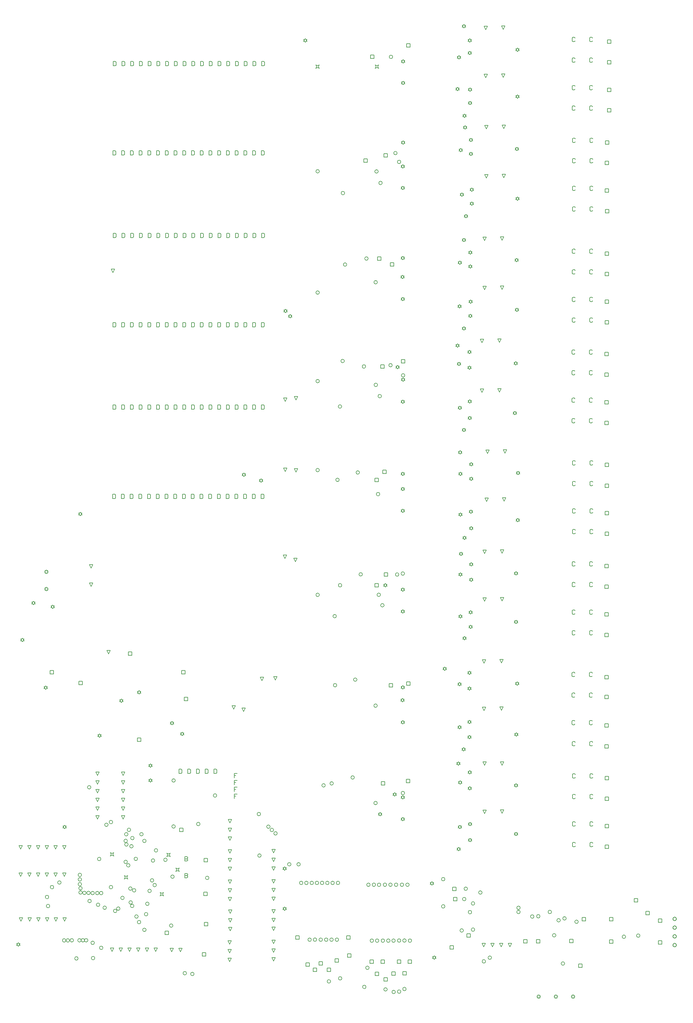
<source format=gbr>
%TF.GenerationSoftware,Altium Limited,Altium Designer,24.10.1 (45)*%
G04 Layer_Color=2752767*
%FSLAX43Y43*%
%MOMM*%
%TF.SameCoordinates,766D9AF5-BA92-4156-BEB6-FD46E2A8267A*%
%TF.FilePolarity,Positive*%
%TF.FileFunction,Drawing*%
%TF.Part,Single*%
G01*
G75*
%TA.AperFunction,NonConductor*%
%ADD123C,0.127*%
%ADD124C,0.169*%
%ADD125C,0.102*%
D123*
X75555Y19282D02*
X75047Y20298D01*
X76063D01*
X75555Y19282D01*
Y16742D02*
X75047Y17758D01*
X76063D01*
X75555Y16742D01*
Y14202D02*
X75047Y15218D01*
X76063D01*
X75555Y14202D01*
X139263Y18339D02*
X138755Y19355D01*
X139771D01*
X139263Y18339D01*
X141803D02*
X141295Y19355D01*
X142311D01*
X141803Y18339D01*
X144343D02*
X143835Y19355D01*
X144851D01*
X144343Y18339D01*
X136723D02*
X136215Y19355D01*
X137231D01*
X136723Y18339D01*
X107692Y8392D02*
Y9408D01*
X108708D01*
Y8392D01*
X107692D01*
X107367Y156092D02*
Y157108D01*
X108383D01*
Y156092D01*
X107367D01*
X106717Y186767D02*
Y187783D01*
X107733D01*
Y186767D01*
X106717D01*
X112752Y188326D02*
Y189342D01*
X113768D01*
Y188326D01*
X112752D01*
X105092Y153767D02*
Y154783D01*
X106108D01*
Y153767D01*
X105092D01*
X107795Y126217D02*
Y127233D01*
X108811D01*
Y126217D01*
X107795D01*
X105036Y123092D02*
Y124108D01*
X106052D01*
Y123092D01*
X105036D01*
X91142Y11167D02*
Y12183D01*
X92158D01*
Y11167D01*
X91142D01*
X82042Y20572D02*
Y21588D01*
X83058D01*
Y20572D01*
X82042D01*
X87092Y11142D02*
Y12158D01*
X88108D01*
Y11142D01*
X87092D01*
X88783Y13028D02*
Y14044D01*
X89799D01*
Y13028D01*
X88783D01*
X84967Y12666D02*
Y13682D01*
X85983D01*
Y12666D01*
X84967D01*
X103617Y13503D02*
Y14519D01*
X104633D01*
Y13503D01*
X103617D01*
X105167Y9992D02*
Y11008D01*
X106183D01*
Y9992D01*
X105167D01*
X110005Y10030D02*
Y11045D01*
X111021D01*
Y10030D01*
X110005D01*
X106867Y13503D02*
Y14519D01*
X107883D01*
Y13503D01*
X106867D01*
X111597D02*
Y14519D01*
X112613D01*
Y13503D01*
X111597D01*
X114742D02*
Y14519D01*
X115758D01*
Y13503D01*
X114742D01*
X113142Y10117D02*
Y11133D01*
X114158D01*
Y10117D01*
X113142D01*
X97067Y15346D02*
Y16362D01*
X98083D01*
Y15346D01*
X97067D01*
X96817Y20562D02*
Y21578D01*
X97833D01*
Y20562D01*
X96817D01*
X93492Y13842D02*
Y14858D01*
X94508D01*
Y13842D01*
X93492D01*
X107717Y248217D02*
Y249233D01*
X108733D01*
Y248217D01*
X107717D01*
X109542Y216442D02*
Y217458D01*
X110558D01*
Y216442D01*
X109542D01*
X105784Y218192D02*
Y219208D01*
X106800D01*
Y218192D01*
X105784D01*
X109167Y93942D02*
Y94958D01*
X110183D01*
Y93942D01*
X109167D01*
X103817Y276892D02*
Y277908D01*
X104833D01*
Y276892D01*
X103817D01*
X114261Y94489D02*
Y95505D01*
X115277D01*
Y94489D01*
X114261D01*
X114191Y66144D02*
Y67160D01*
X115207D01*
Y66144D01*
X114191D01*
X31828Y55529D02*
X31320Y56545D01*
X32336D01*
X31828Y55529D01*
Y58069D02*
X31320Y59085D01*
X32336D01*
X31828Y58069D01*
Y60609D02*
X31320Y61625D01*
X32336D01*
X31828Y60609D01*
Y63149D02*
X31320Y64165D01*
X32336D01*
X31828Y63149D01*
Y65689D02*
X31320Y66705D01*
X32336D01*
X31828Y65689D01*
Y68229D02*
X31320Y69245D01*
X32336D01*
X31828Y68229D01*
X114307Y280271D02*
Y281287D01*
X115323D01*
Y280271D01*
X114307D01*
X101868Y246743D02*
Y247759D01*
X102884D01*
Y246743D01*
X101868D01*
X106942Y65442D02*
Y66458D01*
X107958D01*
Y65442D01*
X106942D01*
X35967Y78117D02*
Y79133D01*
X36983D01*
Y78117D01*
X35967D01*
X22475Y123225D02*
X21967Y124241D01*
X22983D01*
X22475Y123225D01*
Y128559D02*
X21967Y129575D01*
X22983D01*
X22475Y128559D01*
X48487Y16948D02*
X47979Y17964D01*
X48995D01*
X48487Y16948D01*
X45947D02*
X45439Y17964D01*
X46455D01*
X45947Y16948D01*
X14747Y46824D02*
X14239Y47840D01*
X15255D01*
X14747Y46824D01*
X12207D02*
X11699Y47840D01*
X12715D01*
X12207Y46824D01*
X9667D02*
X9159Y47840D01*
X10175D01*
X9667Y46824D01*
X7127D02*
X6619Y47840D01*
X7635D01*
X7127Y46824D01*
X4587D02*
X4079Y47840D01*
X5095D01*
X4587Y46824D01*
X2047D02*
X1539Y47840D01*
X2555D01*
X2047Y46824D01*
X192021Y18646D02*
Y18392D01*
X192529D01*
Y18646D01*
X192783D01*
Y19154D01*
X192529D01*
Y19408D01*
X192021D01*
Y19154D01*
X191767D01*
Y18646D01*
X192021D01*
Y21186D02*
Y20932D01*
X192529D01*
Y21186D01*
X192783D01*
Y21694D01*
X192529D01*
Y21948D01*
X192021D01*
Y21694D01*
X191767D01*
Y21186D01*
X192021D01*
Y23726D02*
Y23472D01*
X192529D01*
Y23726D01*
X192783D01*
Y24234D01*
X192529D01*
Y24488D01*
X192021D01*
Y24234D01*
X191767D01*
Y23726D01*
X192021D01*
Y26266D02*
Y26012D01*
X192529D01*
Y26266D01*
X192783D01*
Y26774D01*
X192529D01*
Y27028D01*
X192021D01*
Y26774D01*
X191767D01*
Y26266D01*
X192021D01*
X187485Y19130D02*
Y20146D01*
X188501D01*
Y19130D01*
X187485D01*
X173285Y19383D02*
Y20399D01*
X174301D01*
Y19383D01*
X173285D01*
X180515Y31360D02*
Y32376D01*
X181531D01*
Y31360D01*
X180515D01*
X173285Y25910D02*
Y26926D01*
X174301D01*
Y25910D01*
X173285D01*
X187485Y25490D02*
Y26506D01*
X188501D01*
Y25490D01*
X187485D01*
X183865Y27650D02*
Y28666D01*
X184881D01*
Y27650D01*
X183865D01*
X28577Y16988D02*
X28069Y18004D01*
X29085D01*
X28577Y16988D01*
X31117D02*
X30609Y18004D01*
X31625D01*
X31117Y16988D01*
X33657D02*
X33149Y18004D01*
X34165D01*
X33657Y16988D01*
X36197D02*
X35689Y18004D01*
X36705D01*
X36197Y16988D01*
X38737D02*
X38229Y18004D01*
X39245D01*
X38737Y16988D01*
X41277D02*
X40769Y18004D01*
X41785D01*
X41277Y16988D01*
X75555Y40602D02*
X75047Y41618D01*
X76063D01*
X75555Y40602D01*
Y43142D02*
X75047Y44158D01*
X76063D01*
X75555Y43142D01*
Y45682D02*
X75047Y46698D01*
X76063D01*
X75555Y45682D01*
Y31787D02*
X75047Y32803D01*
X76063D01*
X75555Y31787D01*
Y34327D02*
X75047Y35343D01*
X76063D01*
X75555Y34327D01*
Y36867D02*
X75047Y37883D01*
X76063D01*
X75555Y36867D01*
Y23117D02*
X75047Y24133D01*
X76063D01*
X75555Y23117D01*
Y25657D02*
X75047Y26673D01*
X76063D01*
X75555Y25657D01*
Y28197D02*
X75047Y29213D01*
X76063D01*
X75555Y28197D01*
X43967Y21900D02*
Y22916D01*
X44983D01*
Y21900D01*
X43967D01*
X64968Y62831D02*
X64122D01*
Y62196D01*
X64545D01*
X64122D01*
Y61561D01*
X64968Y66831D02*
X64122D01*
Y66196D01*
X64545D01*
X64122D01*
Y65561D01*
X64968Y68831D02*
X64122D01*
Y68196D01*
X64545D01*
X64122D01*
Y67561D01*
X64968Y64831D02*
X64122D01*
Y64196D01*
X64545D01*
X64122D01*
Y63561D01*
X62917Y45623D02*
X62409Y46639D01*
X63425D01*
X62917Y45623D01*
Y43083D02*
X62409Y44099D01*
X63425D01*
X62917Y43083D01*
Y40543D02*
X62409Y41559D01*
X63425D01*
X62917Y40543D01*
X55315Y43083D02*
Y44099D01*
X56331D01*
Y43083D01*
X55315D01*
X62867Y54453D02*
X62359Y55469D01*
X63375D01*
X62867Y54453D01*
Y51913D02*
X62359Y52929D01*
X63375D01*
X62867Y51913D01*
Y49373D02*
X62359Y50389D01*
X63375D01*
X62867Y49373D01*
X48242Y51913D02*
Y52929D01*
X49258D01*
Y51913D01*
X48242D01*
X49737Y44596D02*
Y43326D01*
X50372D01*
X50583Y43538D01*
Y43749D01*
X50372Y43961D01*
X49737D01*
X50372D01*
X50583Y44172D01*
Y44384D01*
X50372Y44596D01*
X49737D01*
Y39716D02*
Y38446D01*
X50372D01*
X50583Y38658D01*
Y38869D01*
X50372Y39081D01*
X49737D01*
X50372D01*
X50583Y39292D01*
Y39504D01*
X50372Y39716D01*
X49737D01*
X62943Y28059D02*
X62435Y29075D01*
X63451D01*
X62943Y28059D01*
Y25519D02*
X62435Y26535D01*
X63451D01*
X62943Y25519D01*
Y22979D02*
X62435Y23995D01*
X63451D01*
X62943Y22979D01*
X55440Y24443D02*
Y25459D01*
X56456D01*
Y24443D01*
X55440D01*
X62842Y19159D02*
X62334Y20175D01*
X63350D01*
X62842Y19159D01*
Y16619D02*
X62334Y17635D01*
X63350D01*
X62842Y16619D01*
Y14079D02*
X62334Y15095D01*
X63350D01*
X62842Y14079D01*
X54864Y15659D02*
Y16675D01*
X55880D01*
Y15659D01*
X54864D01*
X62893Y36834D02*
X62385Y37850D01*
X63401D01*
X62893Y36834D01*
Y34294D02*
X62385Y35310D01*
X63401D01*
X62893Y34294D01*
Y31754D02*
X62385Y32770D01*
X63401D01*
X62893Y31754D01*
X55285Y33246D02*
Y34262D01*
X56301D01*
Y33246D01*
X55285D01*
X53122Y70077D02*
Y68807D01*
X53757D01*
X53968Y69019D01*
Y69865D01*
X53757Y70077D01*
X53122D01*
X55662D02*
Y68807D01*
X56297D01*
X56508Y69019D01*
Y69865D01*
X56297Y70077D01*
X55662D01*
X50582D02*
Y68807D01*
X51217D01*
X51428Y69019D01*
Y69865D01*
X51217Y70077D01*
X50582D01*
X48042D02*
Y68807D01*
X48677D01*
X48888Y69019D01*
Y69865D01*
X48677Y70077D01*
X48042D01*
X58202D02*
Y68807D01*
X58837D01*
X59048Y69019D01*
Y69865D01*
X58837Y70077D01*
X58202D01*
X24328Y68229D02*
X23820Y69245D01*
X24836D01*
X24328Y68229D01*
Y65689D02*
X23820Y66705D01*
X24836D01*
X24328Y65689D01*
Y63149D02*
X23820Y64165D01*
X24836D01*
X24328Y63149D01*
Y60609D02*
X23820Y61625D01*
X24836D01*
X24328Y60609D01*
Y58069D02*
X23820Y59085D01*
X24836D01*
X24328Y58069D01*
Y55529D02*
X23820Y56545D01*
X24836D01*
X24328Y55529D01*
X148350Y19494D02*
Y20510D01*
X149366D01*
Y19494D01*
X148350D01*
X127617Y34690D02*
Y35706D01*
X128633D01*
Y34690D01*
X127617D01*
X131795Y21120D02*
Y22136D01*
X132811D01*
Y21120D01*
X131795D01*
X152084Y19494D02*
Y20510D01*
X153100D01*
Y19494D01*
X152084D01*
X164334Y12314D02*
Y13330D01*
X165350D01*
Y12314D01*
X164334D01*
X165368Y25904D02*
Y26920D01*
X166384D01*
Y25904D01*
X165368D01*
X161676Y19519D02*
Y20535D01*
X162692D01*
Y19519D01*
X161676D01*
X14782Y25824D02*
X14274Y26840D01*
X15290D01*
X14782Y25824D01*
X12242D02*
X11734Y26840D01*
X12750D01*
X12242Y25824D01*
X9702D02*
X9194Y26840D01*
X10210D01*
X9702Y25824D01*
X7162D02*
X6654Y26840D01*
X7670D01*
X7162Y25824D01*
X4622D02*
X4114Y26840D01*
X5130D01*
X4622Y25824D01*
X2082D02*
X1574Y26840D01*
X2590D01*
X2082Y25824D01*
X14737Y38824D02*
X14229Y39840D01*
X15245D01*
X14737Y38824D01*
X12197D02*
X11689Y39840D01*
X12705D01*
X12197Y38824D01*
X9657D02*
X9149Y39840D01*
X10165D01*
X9657Y38824D01*
X7117D02*
X6609Y39840D01*
X7625D01*
X7117Y38824D01*
X4577D02*
X4069Y39840D01*
X5085D01*
X4577Y38824D01*
X2037D02*
X1529Y39840D01*
X2545D01*
X2037Y38824D01*
X127889Y31744D02*
Y32760D01*
X128905D01*
Y31744D01*
X127889D01*
X126867Y17716D02*
Y18732D01*
X127883D01*
Y17716D01*
X126867D01*
X67000Y226085D02*
Y224815D01*
X67635D01*
X67846Y225027D01*
Y225873D01*
X67635Y226085D01*
X67000D01*
X64460D02*
Y224815D01*
X65095D01*
X65306Y225027D01*
Y225873D01*
X65095Y226085D01*
X64460D01*
X59380D02*
Y224815D01*
X60015D01*
X60226Y225027D01*
Y225873D01*
X60015Y226085D01*
X59380D01*
X69540D02*
Y224815D01*
X70175D01*
X70386Y225027D01*
Y225873D01*
X70175Y226085D01*
X69540D01*
X72080D02*
Y224815D01*
X72715D01*
X72926Y225027D01*
Y225873D01*
X72715Y226085D01*
X72080D01*
X61920D02*
Y224815D01*
X62555D01*
X62766Y225027D01*
Y225873D01*
X62555Y226085D01*
X61920D01*
X56840D02*
Y224815D01*
X57475D01*
X57686Y225027D01*
Y225873D01*
X57475Y226085D01*
X56840D01*
X54300D02*
Y224815D01*
X54935D01*
X55146Y225027D01*
Y225873D01*
X54935Y226085D01*
X54300D01*
X51760D02*
Y224815D01*
X52395D01*
X52606Y225027D01*
Y225873D01*
X52395Y226085D01*
X51760D01*
X31440D02*
Y224815D01*
X32075D01*
X32286Y225027D01*
Y225873D01*
X32075Y226085D01*
X31440D01*
X33980D02*
Y224815D01*
X34615D01*
X34826Y225027D01*
Y225873D01*
X34615Y226085D01*
X33980D01*
X41600D02*
Y224815D01*
X42235D01*
X42446Y225027D01*
Y225873D01*
X42235Y226085D01*
X41600D01*
X36520D02*
Y224815D01*
X37155D01*
X37366Y225027D01*
Y225873D01*
X37155Y226085D01*
X36520D01*
X44140D02*
Y224815D01*
X44775D01*
X44986Y225027D01*
Y225873D01*
X44775Y226085D01*
X44140D01*
X39060D02*
Y224815D01*
X39695D01*
X39906Y225027D01*
Y225873D01*
X39695Y226085D01*
X39060D01*
X46680D02*
Y224815D01*
X47315D01*
X47526Y225027D01*
Y225873D01*
X47315Y226085D01*
X46680D01*
X28900D02*
Y224815D01*
X29535D01*
X29746Y225027D01*
Y225873D01*
X29535Y226085D01*
X28900D01*
X49220D02*
Y224815D01*
X49855D01*
X50066Y225027D01*
Y225873D01*
X49855Y226085D01*
X49220D01*
X66960Y176085D02*
Y174815D01*
X67595D01*
X67806Y175027D01*
Y175873D01*
X67595Y176085D01*
X66960D01*
X64420D02*
Y174815D01*
X65055D01*
X65266Y175027D01*
Y175873D01*
X65055Y176085D01*
X64420D01*
X59340D02*
Y174815D01*
X59975D01*
X60186Y175027D01*
Y175873D01*
X59975Y176085D01*
X59340D01*
X69500D02*
Y174815D01*
X70135D01*
X70346Y175027D01*
Y175873D01*
X70135Y176085D01*
X69500D01*
X72040D02*
Y174815D01*
X72675D01*
X72886Y175027D01*
Y175873D01*
X72675Y176085D01*
X72040D01*
X61880D02*
Y174815D01*
X62515D01*
X62726Y175027D01*
Y175873D01*
X62515Y176085D01*
X61880D01*
X56800D02*
Y174815D01*
X57435D01*
X57646Y175027D01*
Y175873D01*
X57435Y176085D01*
X56800D01*
X54260D02*
Y174815D01*
X54895D01*
X55106Y175027D01*
Y175873D01*
X54895Y176085D01*
X54260D01*
X51720D02*
Y174815D01*
X52355D01*
X52566Y175027D01*
Y175873D01*
X52355Y176085D01*
X51720D01*
X31400D02*
Y174815D01*
X32035D01*
X32246Y175027D01*
Y175873D01*
X32035Y176085D01*
X31400D01*
X33940D02*
Y174815D01*
X34575D01*
X34786Y175027D01*
Y175873D01*
X34575Y176085D01*
X33940D01*
X41560D02*
Y174815D01*
X42195D01*
X42406Y175027D01*
Y175873D01*
X42195Y176085D01*
X41560D01*
X36480D02*
Y174815D01*
X37115D01*
X37326Y175027D01*
Y175873D01*
X37115Y176085D01*
X36480D01*
X44100D02*
Y174815D01*
X44735D01*
X44946Y175027D01*
Y175873D01*
X44735Y176085D01*
X44100D01*
X39020D02*
Y174815D01*
X39655D01*
X39866Y175027D01*
Y175873D01*
X39655Y176085D01*
X39020D01*
X46640D02*
Y174815D01*
X47275D01*
X47486Y175027D01*
Y175873D01*
X47275Y176085D01*
X46640D01*
X28860D02*
Y174815D01*
X29495D01*
X29706Y175027D01*
Y175873D01*
X29495Y176085D01*
X28860D01*
X49180D02*
Y174815D01*
X49815D01*
X50026Y175027D01*
Y175873D01*
X49815Y176085D01*
X49180D01*
X141263Y179796D02*
X140755Y180812D01*
X141771D01*
X141263Y179796D01*
X136188Y179721D02*
X135680Y180737D01*
X136696D01*
X136188Y179721D01*
X141263Y194266D02*
X140755Y195282D01*
X141771D01*
X141263Y194266D01*
X136188Y194191D02*
X135680Y195207D01*
X136696D01*
X136188Y194191D01*
X142040Y209695D02*
X141532Y210711D01*
X142548D01*
X142040Y209695D01*
X136965Y209620D02*
X136457Y210636D01*
X137473D01*
X136965Y209620D01*
X142070Y224016D02*
X141562Y225032D01*
X142578D01*
X142070Y224016D01*
X136995Y223941D02*
X136487Y224957D01*
X137503D01*
X136995Y223941D01*
X142370Y271455D02*
X141862Y272471D01*
X142878D01*
X142370Y271455D01*
X137295Y271380D02*
X136787Y272396D01*
X137803D01*
X137295Y271380D01*
X142370Y285425D02*
X141862Y286441D01*
X142878D01*
X142370Y285425D01*
X137295Y285350D02*
X136787Y286366D01*
X137803D01*
X137295Y285350D01*
X142556Y242240D02*
X142048Y243256D01*
X143064D01*
X142556Y242240D01*
X137481Y242165D02*
X136973Y243181D01*
X137989D01*
X137481Y242165D01*
X142556Y256498D02*
X142048Y257514D01*
X143064D01*
X142556Y256498D01*
X137481Y256423D02*
X136973Y257439D01*
X137989D01*
X137481Y256423D01*
X171925Y170346D02*
Y171362D01*
X172941D01*
Y170346D01*
X171925D01*
Y176346D02*
Y177362D01*
X172941D01*
Y176346D01*
X171925D01*
X171945Y184366D02*
Y185382D01*
X172961D01*
Y184366D01*
X171945D01*
Y190426D02*
Y191442D01*
X172961D01*
Y190426D01*
X171945D01*
X171992Y199666D02*
Y200682D01*
X173008D01*
Y199666D01*
X171992D01*
Y205666D02*
Y206682D01*
X173008D01*
Y205666D01*
X171992D01*
Y213666D02*
Y214682D01*
X173008D01*
Y213666D01*
X171992D01*
Y219636D02*
Y220652D01*
X173008D01*
Y219636D01*
X171992D01*
X172718Y261315D02*
Y262331D01*
X173734D01*
Y261315D01*
X172718D01*
Y267315D02*
Y268331D01*
X173734D01*
Y267315D01*
X172718D01*
Y275315D02*
Y276331D01*
X173734D01*
Y275315D01*
X172718D01*
Y281315D02*
Y282331D01*
X173734D01*
Y281315D01*
X172718D01*
X172084Y231990D02*
Y233006D01*
X173100D01*
Y231990D01*
X172084D01*
X172034Y237990D02*
Y239006D01*
X173050D01*
Y237990D01*
X172034D01*
X171994Y245990D02*
Y247006D01*
X173010D01*
Y245990D01*
X171994D01*
X172084Y251990D02*
Y253006D01*
X173100D01*
Y251990D01*
X172084D01*
X163239Y171912D02*
X163028Y172123D01*
X162604D01*
X162393Y171912D01*
Y171065D01*
X162604Y170854D01*
X163028D01*
X163239Y171065D01*
X168319Y171912D02*
X168108Y172123D01*
X167684D01*
X167473Y171912D01*
Y171065D01*
X167684Y170854D01*
X168108D01*
X168319Y171065D01*
X163239Y177912D02*
X163028Y178123D01*
X162604D01*
X162393Y177912D01*
Y177065D01*
X162604Y176854D01*
X163028D01*
X163239Y177065D01*
X168319Y177912D02*
X168108Y178123D01*
X167684D01*
X167473Y177912D01*
Y177065D01*
X167684Y176854D01*
X168108D01*
X168319Y177065D01*
X163239Y185912D02*
X163028Y186123D01*
X162604D01*
X162393Y185912D01*
Y185065D01*
X162604Y184854D01*
X163028D01*
X163239Y185065D01*
X168319Y185912D02*
X168108Y186123D01*
X167684D01*
X167473Y185912D01*
Y185065D01*
X167684Y184854D01*
X168108D01*
X168319Y185065D01*
X163239Y191912D02*
X163028Y192123D01*
X162604D01*
X162393Y191912D01*
Y191065D01*
X162604Y190854D01*
X163028D01*
X163239Y191065D01*
X168319Y191912D02*
X168108Y192123D01*
X167684D01*
X167473Y191912D01*
Y191065D01*
X167684Y190854D01*
X168108D01*
X168319Y191065D01*
X163306Y201232D02*
X163095Y201443D01*
X162672D01*
X162460Y201232D01*
Y200385D01*
X162672Y200174D01*
X163095D01*
X163306Y200385D01*
X168386Y201232D02*
X168175Y201443D01*
X167752D01*
X167540Y201232D01*
Y200385D01*
X167752Y200174D01*
X168175D01*
X168386Y200385D01*
X163306Y207232D02*
X163095Y207443D01*
X162672D01*
X162460Y207232D01*
Y206385D01*
X162672Y206174D01*
X163095D01*
X163306Y206385D01*
X168386Y207232D02*
X168175Y207443D01*
X167752D01*
X167540Y207232D01*
Y206385D01*
X167752Y206174D01*
X168175D01*
X168386Y206385D01*
X163306Y215232D02*
X163095Y215443D01*
X162672D01*
X162460Y215232D01*
Y214385D01*
X162672Y214174D01*
X163095D01*
X163306Y214385D01*
X168386Y215232D02*
X168175Y215443D01*
X167752D01*
X167540Y215232D01*
Y214385D01*
X167752Y214174D01*
X168175D01*
X168386Y214385D01*
X163306Y221232D02*
X163095Y221443D01*
X162672D01*
X162460Y221232D01*
Y220385D01*
X162672Y220174D01*
X163095D01*
X163306Y220385D01*
X168386Y221232D02*
X168175Y221443D01*
X167752D01*
X167540Y221232D01*
Y220385D01*
X167752Y220174D01*
X168175D01*
X168386Y220385D01*
X163296Y262881D02*
X163085Y263092D01*
X162662D01*
X162450Y262881D01*
Y262034D01*
X162662Y261823D01*
X163085D01*
X163296Y262034D01*
X168376Y262881D02*
X168165Y263092D01*
X167742D01*
X167530Y262881D01*
Y262034D01*
X167742Y261823D01*
X168165D01*
X168376Y262034D01*
X163296Y268881D02*
X163085Y269092D01*
X162662D01*
X162450Y268881D01*
Y268034D01*
X162662Y267823D01*
X163085D01*
X163296Y268034D01*
X168376Y268881D02*
X168165Y269092D01*
X167742D01*
X167530Y268881D01*
Y268034D01*
X167742Y267823D01*
X168165D01*
X168376Y268034D01*
X163296Y276881D02*
X163085Y277092D01*
X162662D01*
X162450Y276881D01*
Y276034D01*
X162662Y275823D01*
X163085D01*
X163296Y276034D01*
X168376Y276881D02*
X168165Y277092D01*
X167742D01*
X167530Y276881D01*
Y276034D01*
X167742Y275823D01*
X168165D01*
X168376Y276034D01*
X163296Y282881D02*
X163085Y283092D01*
X162662D01*
X162450Y282881D01*
Y282034D01*
X162662Y281823D01*
X163085D01*
X163296Y282034D01*
X168376Y282881D02*
X168165Y283092D01*
X167742D01*
X167530Y282881D01*
Y282034D01*
X167742Y281823D01*
X168165D01*
X168376Y282034D01*
X163349Y233556D02*
X163137Y233767D01*
X162714D01*
X162502Y233556D01*
Y232709D01*
X162714Y232498D01*
X163137D01*
X163349Y232709D01*
X168429Y233556D02*
X168217Y233767D01*
X167794D01*
X167582Y233556D01*
Y232709D01*
X167794Y232498D01*
X168217D01*
X168429Y232709D01*
X163349Y239556D02*
X163137Y239767D01*
X162714D01*
X162502Y239556D01*
Y238709D01*
X162714Y238498D01*
X163137D01*
X163349Y238709D01*
X168429Y239556D02*
X168217Y239767D01*
X167794D01*
X167582Y239556D01*
Y238709D01*
X167794Y238498D01*
X168217D01*
X168429Y238709D01*
X163349Y247556D02*
X163137Y247767D01*
X162714D01*
X162502Y247556D01*
Y246709D01*
X162714Y246498D01*
X163137D01*
X163349Y246709D01*
X168429Y247556D02*
X168217Y247767D01*
X167794D01*
X167582Y247556D01*
Y246709D01*
X167794Y246498D01*
X168217D01*
X168429Y246709D01*
X163349Y253556D02*
X163137Y253767D01*
X162714D01*
X162502Y253556D01*
Y252709D01*
X162714Y252498D01*
X163137D01*
X163349Y252709D01*
X168429Y253556D02*
X168217Y253767D01*
X167794D01*
X167582Y253556D01*
Y252709D01*
X167794Y252498D01*
X168217D01*
X168429Y252709D01*
X66970Y200085D02*
Y198815D01*
X67605D01*
X67816Y199027D01*
Y199873D01*
X67605Y200085D01*
X66970D01*
X64430D02*
Y198815D01*
X65065D01*
X65276Y199027D01*
Y199873D01*
X65065Y200085D01*
X64430D01*
X59350D02*
Y198815D01*
X59985D01*
X60196Y199027D01*
Y199873D01*
X59985Y200085D01*
X59350D01*
X69510D02*
Y198815D01*
X70145D01*
X70356Y199027D01*
Y199873D01*
X70145Y200085D01*
X69510D01*
X72050D02*
Y198815D01*
X72685D01*
X72896Y199027D01*
Y199873D01*
X72685Y200085D01*
X72050D01*
X61890D02*
Y198815D01*
X62525D01*
X62736Y199027D01*
Y199873D01*
X62525Y200085D01*
X61890D01*
X56810D02*
Y198815D01*
X57445D01*
X57656Y199027D01*
Y199873D01*
X57445Y200085D01*
X56810D01*
X54270D02*
Y198815D01*
X54905D01*
X55116Y199027D01*
Y199873D01*
X54905Y200085D01*
X54270D01*
X51730D02*
Y198815D01*
X52365D01*
X52576Y199027D01*
Y199873D01*
X52365Y200085D01*
X51730D01*
X31410D02*
Y198815D01*
X32045D01*
X32256Y199027D01*
Y199873D01*
X32045Y200085D01*
X31410D01*
X33950D02*
Y198815D01*
X34585D01*
X34796Y199027D01*
Y199873D01*
X34585Y200085D01*
X33950D01*
X41570D02*
Y198815D01*
X42205D01*
X42416Y199027D01*
Y199873D01*
X42205Y200085D01*
X41570D01*
X36490D02*
Y198815D01*
X37125D01*
X37336Y199027D01*
Y199873D01*
X37125Y200085D01*
X36490D01*
X44110D02*
Y198815D01*
X44745D01*
X44956Y199027D01*
Y199873D01*
X44745Y200085D01*
X44110D01*
X39030D02*
Y198815D01*
X39665D01*
X39876Y199027D01*
Y199873D01*
X39665Y200085D01*
X39030D01*
X46650D02*
Y198815D01*
X47285D01*
X47496Y199027D01*
Y199873D01*
X47285Y200085D01*
X46650D01*
X28870D02*
Y198815D01*
X29505D01*
X29716Y199027D01*
Y199873D01*
X29505Y200085D01*
X28870D01*
X49190D02*
Y198815D01*
X49825D01*
X50036Y199027D01*
Y199873D01*
X49825Y200085D01*
X49190D01*
X66910Y150085D02*
Y148815D01*
X67545D01*
X67756Y149027D01*
Y149873D01*
X67545Y150085D01*
X66910D01*
X64370D02*
Y148815D01*
X65005D01*
X65216Y149027D01*
Y149873D01*
X65005Y150085D01*
X64370D01*
X59290D02*
Y148815D01*
X59925D01*
X60136Y149027D01*
Y149873D01*
X59925Y150085D01*
X59290D01*
X69450D02*
Y148815D01*
X70085D01*
X70296Y149027D01*
Y149873D01*
X70085Y150085D01*
X69450D01*
X71990D02*
Y148815D01*
X72625D01*
X72836Y149027D01*
Y149873D01*
X72625Y150085D01*
X71990D01*
X61830D02*
Y148815D01*
X62465D01*
X62676Y149027D01*
Y149873D01*
X62465Y150085D01*
X61830D01*
X56750D02*
Y148815D01*
X57385D01*
X57596Y149027D01*
Y149873D01*
X57385Y150085D01*
X56750D01*
X54210D02*
Y148815D01*
X54845D01*
X55056Y149027D01*
Y149873D01*
X54845Y150085D01*
X54210D01*
X51670D02*
Y148815D01*
X52305D01*
X52516Y149027D01*
Y149873D01*
X52305Y150085D01*
X51670D01*
X31350D02*
Y148815D01*
X31985D01*
X32196Y149027D01*
Y149873D01*
X31985Y150085D01*
X31350D01*
X33890D02*
Y148815D01*
X34525D01*
X34736Y149027D01*
Y149873D01*
X34525Y150085D01*
X33890D01*
X41510D02*
Y148815D01*
X42145D01*
X42356Y149027D01*
Y149873D01*
X42145Y150085D01*
X41510D01*
X36430D02*
Y148815D01*
X37065D01*
X37276Y149027D01*
Y149873D01*
X37065Y150085D01*
X36430D01*
X44050D02*
Y148815D01*
X44685D01*
X44896Y149027D01*
Y149873D01*
X44685Y150085D01*
X44050D01*
X38970D02*
Y148815D01*
X39605D01*
X39816Y149027D01*
Y149873D01*
X39605Y150085D01*
X38970D01*
X46590D02*
Y148815D01*
X47225D01*
X47436Y149027D01*
Y149873D01*
X47225Y150085D01*
X46590D01*
X28810D02*
Y148815D01*
X29445D01*
X29656Y149027D01*
Y149873D01*
X29445Y150085D01*
X28810D01*
X49130D02*
Y148815D01*
X49765D01*
X49976Y149027D01*
Y149873D01*
X49765Y150085D01*
X49130D01*
X142074Y57217D02*
X141566Y58233D01*
X142582D01*
X142074Y57217D01*
X136999Y57142D02*
X136491Y58158D01*
X137507D01*
X136999Y57142D01*
Y71156D02*
X136491Y72172D01*
X137507D01*
X136999Y71156D01*
X142074Y71231D02*
X141566Y72247D01*
X142582D01*
X142074Y71231D01*
X141914Y87227D02*
X141406Y88243D01*
X142422D01*
X141914Y87227D01*
X136839Y87152D02*
X136331Y88168D01*
X137347D01*
X136839Y87152D01*
X141914Y100967D02*
X141406Y101983D01*
X142422D01*
X141914Y100967D01*
X136839Y100892D02*
X136331Y101908D01*
X137347D01*
X136839Y100892D01*
X142674Y148101D02*
X142166Y149117D01*
X143182D01*
X142674Y148101D01*
X137599Y148026D02*
X137091Y149042D01*
X138107D01*
X137599Y148026D01*
X142894Y162001D02*
X142386Y163017D01*
X143402D01*
X142894Y162001D01*
X137819Y161926D02*
X137311Y162942D01*
X138327D01*
X137819Y161926D01*
X142056Y118991D02*
X141548Y120007D01*
X142564D01*
X142056Y118991D01*
X136981Y118916D02*
X136473Y119932D01*
X137489D01*
X136981Y118916D01*
X142056Y132881D02*
X141548Y133897D01*
X142564D01*
X142056Y132881D01*
X136981Y132806D02*
X136473Y133822D01*
X137489D01*
X136981Y132806D01*
X172066Y46947D02*
Y47963D01*
X173082D01*
Y46947D01*
X172066D01*
Y52957D02*
Y53973D01*
X173082D01*
Y52957D01*
X172066D01*
Y60937D02*
Y61953D01*
X173082D01*
Y60937D01*
X172066D01*
Y66957D02*
Y67973D01*
X173082D01*
Y66957D01*
X172066D01*
X171906Y76177D02*
Y77193D01*
X172922D01*
Y76177D01*
X171906D01*
Y82257D02*
Y83273D01*
X172922D01*
Y82257D01*
X171906D01*
Y90547D02*
Y91563D01*
X172922D01*
Y90547D01*
X171906D01*
Y96367D02*
Y97383D01*
X172922D01*
Y96367D01*
X171906D01*
X172046Y138121D02*
Y139137D01*
X173062D01*
Y138121D01*
X172046D01*
Y144071D02*
Y145087D01*
X173062D01*
Y144071D01*
X172046D01*
Y152071D02*
Y153087D01*
X173062D01*
Y152071D01*
X172046D01*
Y158131D02*
Y159147D01*
X173062D01*
Y158131D01*
X172046D01*
X171978Y108641D02*
Y109657D01*
X172994D01*
Y108641D01*
X171978D01*
Y114601D02*
Y115617D01*
X172994D01*
Y114601D01*
X171978D01*
Y122641D02*
Y123657D01*
X172994D01*
Y122641D01*
X171978D01*
Y128641D02*
Y129657D01*
X172994D01*
Y128641D01*
X171978D01*
X163380Y48523D02*
X163169Y48735D01*
X162745D01*
X162534Y48523D01*
Y47677D01*
X162745Y47465D01*
X163169D01*
X163380Y47677D01*
X168460Y48523D02*
X168249Y48735D01*
X167825D01*
X167614Y48523D01*
Y47677D01*
X167825Y47465D01*
X168249D01*
X168460Y47677D01*
X163380Y54523D02*
X163169Y54735D01*
X162745D01*
X162534Y54523D01*
Y53677D01*
X162745Y53465D01*
X163169D01*
X163380Y53677D01*
X168460Y54523D02*
X168249Y54735D01*
X167825D01*
X167614Y54523D01*
Y53677D01*
X167825Y53465D01*
X168249D01*
X168460Y53677D01*
Y62523D02*
X168249Y62735D01*
X167825D01*
X167614Y62523D01*
Y61677D01*
X167825Y61465D01*
X168249D01*
X168460Y61677D01*
X163380Y62523D02*
X163169Y62735D01*
X162745D01*
X162534Y62523D01*
Y61677D01*
X162745Y61465D01*
X163169D01*
X163380Y61677D01*
X168460Y68523D02*
X168249Y68735D01*
X167825D01*
X167614Y68523D01*
Y67677D01*
X167825Y67465D01*
X168249D01*
X168460Y67677D01*
X163380Y68523D02*
X163169Y68735D01*
X162745D01*
X162534Y68523D01*
Y67677D01*
X162745Y67465D01*
X163169D01*
X163380Y67677D01*
X163330Y77913D02*
X163118Y78125D01*
X162695D01*
X162484Y77913D01*
Y77067D01*
X162695Y76855D01*
X163118D01*
X163330Y77067D01*
X168410Y77913D02*
X168198Y78125D01*
X167775D01*
X167564Y77913D01*
Y77067D01*
X167775Y76855D01*
X168198D01*
X168410Y77067D01*
X163220Y84043D02*
X163009Y84255D01*
X162585D01*
X162374Y84043D01*
Y83197D01*
X162585Y82985D01*
X163009D01*
X163220Y83197D01*
X168300Y84043D02*
X168089Y84255D01*
X167665D01*
X167454Y84043D01*
Y83197D01*
X167665Y82985D01*
X168089D01*
X168300Y83197D01*
X163220Y92043D02*
X163009Y92255D01*
X162585D01*
X162374Y92043D01*
Y91197D01*
X162585Y90985D01*
X163009D01*
X163220Y91197D01*
X168300Y92043D02*
X168089Y92255D01*
X167665D01*
X167454Y92043D01*
Y91197D01*
X167665Y90985D01*
X168089D01*
X168300Y91197D01*
X163220Y98043D02*
X163009Y98255D01*
X162585D01*
X162374Y98043D01*
Y97197D01*
X162585Y96985D01*
X163009D01*
X163220Y97197D01*
X168300Y98043D02*
X168089Y98255D01*
X167665D01*
X167454Y98043D01*
Y97197D01*
X167665Y96985D01*
X168089D01*
X168300Y97197D01*
X163360Y139637D02*
X163149Y139849D01*
X162725D01*
X162514Y139637D01*
Y138791D01*
X162725Y138579D01*
X163149D01*
X163360Y138791D01*
X168440Y139637D02*
X168229Y139849D01*
X167805D01*
X167594Y139637D01*
Y138791D01*
X167805Y138579D01*
X168229D01*
X168440Y138791D01*
X163360Y145637D02*
X163149Y145849D01*
X162725D01*
X162514Y145637D01*
Y144791D01*
X162725Y144579D01*
X163149D01*
X163360Y144791D01*
X168440Y145637D02*
X168229Y145849D01*
X167805D01*
X167594Y145637D01*
Y144791D01*
X167805Y144579D01*
X168229D01*
X168440Y144791D01*
X163360Y153637D02*
X163149Y153849D01*
X162725D01*
X162514Y153637D01*
Y152791D01*
X162725Y152579D01*
X163149D01*
X163360Y152791D01*
X168440Y153637D02*
X168229Y153849D01*
X167805D01*
X167594Y153637D01*
Y152791D01*
X167805Y152579D01*
X168229D01*
X168440Y152791D01*
X163360Y159637D02*
X163149Y159849D01*
X162725D01*
X162514Y159637D01*
Y158791D01*
X162725Y158579D01*
X163149D01*
X163360Y158791D01*
X168440Y159637D02*
X168229Y159849D01*
X167805D01*
X167594Y159637D01*
Y158791D01*
X167805Y158579D01*
X168229D01*
X168440Y158791D01*
X163292Y110207D02*
X163081Y110419D01*
X162657D01*
X162446Y110207D01*
Y109361D01*
X162657Y109149D01*
X163081D01*
X163292Y109361D01*
X168372Y110207D02*
X168161Y110419D01*
X167737D01*
X167526Y110207D01*
Y109361D01*
X167737Y109149D01*
X168161D01*
X168372Y109361D01*
X163292Y116207D02*
X163081Y116419D01*
X162657D01*
X162446Y116207D01*
Y115361D01*
X162657Y115149D01*
X163081D01*
X163292Y115361D01*
X168372Y116207D02*
X168161Y116419D01*
X167737D01*
X167526Y116207D01*
Y115361D01*
X167737Y115149D01*
X168161D01*
X168372Y115361D01*
X163292Y124207D02*
X163081Y124419D01*
X162657D01*
X162446Y124207D01*
Y123361D01*
X162657Y123149D01*
X163081D01*
X163292Y123361D01*
X168372Y124207D02*
X168161Y124419D01*
X167737D01*
X167526Y124207D01*
Y123361D01*
X167737Y123149D01*
X168161D01*
X168372Y123361D01*
X163292Y130207D02*
X163081Y130419D01*
X162657D01*
X162446Y130207D01*
Y129361D01*
X162657Y129149D01*
X163081D01*
X163292Y129361D01*
X168372Y130207D02*
X168161Y130419D01*
X167737D01*
X167526Y130207D01*
Y129361D01*
X167737Y129149D01*
X168161D01*
X168372Y129361D01*
X49603Y90026D02*
Y91042D01*
X50619D01*
Y90026D01*
X49603D01*
X48872Y97761D02*
Y98777D01*
X49888D01*
Y97761D01*
X48872D01*
X18942Y94617D02*
Y95633D01*
X19958D01*
Y94617D01*
X18942D01*
X10582Y97811D02*
Y98827D01*
X11598D01*
Y97811D01*
X10582D01*
X49150Y250085D02*
Y248815D01*
X49785D01*
X49996Y249027D01*
Y249873D01*
X49785Y250085D01*
X49150D01*
X28830D02*
Y248815D01*
X29465D01*
X29676Y249027D01*
Y249873D01*
X29465Y250085D01*
X28830D01*
X46610D02*
Y248815D01*
X47245D01*
X47456Y249027D01*
Y249873D01*
X47245Y250085D01*
X46610D01*
X38990D02*
Y248815D01*
X39625D01*
X39836Y249027D01*
Y249873D01*
X39625Y250085D01*
X38990D01*
X44070D02*
Y248815D01*
X44705D01*
X44916Y249027D01*
Y249873D01*
X44705Y250085D01*
X44070D01*
X36450D02*
Y248815D01*
X37085D01*
X37296Y249027D01*
Y249873D01*
X37085Y250085D01*
X36450D01*
X41530D02*
Y248815D01*
X42165D01*
X42376Y249027D01*
Y249873D01*
X42165Y250085D01*
X41530D01*
X33910D02*
Y248815D01*
X34545D01*
X34756Y249027D01*
Y249873D01*
X34545Y250085D01*
X33910D01*
X31370D02*
Y248815D01*
X32005D01*
X32216Y249027D01*
Y249873D01*
X32005Y250085D01*
X31370D01*
X51690D02*
Y248815D01*
X52325D01*
X52536Y249027D01*
Y249873D01*
X52325Y250085D01*
X51690D01*
X54230D02*
Y248815D01*
X54865D01*
X55076Y249027D01*
Y249873D01*
X54865Y250085D01*
X54230D01*
X56770D02*
Y248815D01*
X57405D01*
X57616Y249027D01*
Y249873D01*
X57405Y250085D01*
X56770D01*
X61850D02*
Y248815D01*
X62485D01*
X62696Y249027D01*
Y249873D01*
X62485Y250085D01*
X61850D01*
X72010D02*
Y248815D01*
X72645D01*
X72856Y249027D01*
Y249873D01*
X72645Y250085D01*
X72010D01*
X69470D02*
Y248815D01*
X70105D01*
X70316Y249027D01*
Y249873D01*
X70105Y250085D01*
X69470D01*
X59310D02*
Y248815D01*
X59945D01*
X60156Y249027D01*
Y249873D01*
X59945Y250085D01*
X59310D01*
X64390D02*
Y248815D01*
X65025D01*
X65236Y249027D01*
Y249873D01*
X65025Y250085D01*
X64390D01*
X66930D02*
Y248815D01*
X67565D01*
X67776Y249027D01*
Y249873D01*
X67565Y250085D01*
X66930D01*
X49240Y276085D02*
Y274815D01*
X49875D01*
X50086Y275027D01*
Y275873D01*
X49875Y276085D01*
X49240D01*
X28920D02*
Y274815D01*
X29555D01*
X29766Y275027D01*
Y275873D01*
X29555Y276085D01*
X28920D01*
X46700D02*
Y274815D01*
X47335D01*
X47546Y275027D01*
Y275873D01*
X47335Y276085D01*
X46700D01*
X39080D02*
Y274815D01*
X39715D01*
X39926Y275027D01*
Y275873D01*
X39715Y276085D01*
X39080D01*
X44160D02*
Y274815D01*
X44795D01*
X45006Y275027D01*
Y275873D01*
X44795Y276085D01*
X44160D01*
X36540D02*
Y274815D01*
X37175D01*
X37386Y275027D01*
Y275873D01*
X37175Y276085D01*
X36540D01*
X41620D02*
Y274815D01*
X42255D01*
X42466Y275027D01*
Y275873D01*
X42255Y276085D01*
X41620D01*
X34000D02*
Y274815D01*
X34635D01*
X34846Y275027D01*
Y275873D01*
X34635Y276085D01*
X34000D01*
X31460D02*
Y274815D01*
X32095D01*
X32306Y275027D01*
Y275873D01*
X32095Y276085D01*
X31460D01*
X51780D02*
Y274815D01*
X52415D01*
X52626Y275027D01*
Y275873D01*
X52415Y276085D01*
X51780D01*
X54320D02*
Y274815D01*
X54955D01*
X55166Y275027D01*
Y275873D01*
X54955Y276085D01*
X54320D01*
X56860D02*
Y274815D01*
X57495D01*
X57706Y275027D01*
Y275873D01*
X57495Y276085D01*
X56860D01*
X61940D02*
Y274815D01*
X62575D01*
X62786Y275027D01*
Y275873D01*
X62575Y276085D01*
X61940D01*
X72100D02*
Y274815D01*
X72735D01*
X72946Y275027D01*
Y275873D01*
X72735Y276085D01*
X72100D01*
X69560D02*
Y274815D01*
X70195D01*
X70406Y275027D01*
Y275873D01*
X70195Y276085D01*
X69560D01*
X59400D02*
Y274815D01*
X60035D01*
X60246Y275027D01*
Y275873D01*
X60035Y276085D01*
X59400D01*
X64480D02*
Y274815D01*
X65115D01*
X65326Y275027D01*
Y275873D01*
X65115Y276085D01*
X64480D01*
X67020D02*
Y274815D01*
X67655D01*
X67866Y275027D01*
Y275873D01*
X67655Y276085D01*
X67020D01*
X33322Y103191D02*
Y104207D01*
X34338D01*
Y103191D01*
X33322D01*
X84825Y281642D02*
X85079Y281896D01*
X85333D01*
X85079Y282150D01*
X85333Y282404D01*
X85079D01*
X84825Y282658D01*
X84571Y282404D01*
X84317D01*
X84571Y282150D01*
X84317Y281896D01*
X84571D01*
X84825Y281642D01*
X87892Y274042D02*
X88146Y274550D01*
X87892Y275058D01*
X88400Y274804D01*
X88908Y275058D01*
X88654Y274550D01*
X88908Y274042D01*
X88400Y274296D01*
X87892Y274042D01*
X130950Y285817D02*
X131204Y286071D01*
X131458D01*
X131204Y286325D01*
X131458Y286579D01*
X131204D01*
X130950Y286833D01*
X130696Y286579D01*
X130442D01*
X130696Y286325D01*
X130442Y286071D01*
X130696D01*
X130950Y285817D01*
X121675Y36317D02*
X121929Y36571D01*
X122183D01*
X121929Y36825D01*
X122183Y37079D01*
X121929D01*
X121675Y37333D01*
X121421Y37079D01*
X121167D01*
X121421Y36825D01*
X121167Y36571D01*
X121421D01*
X121675Y36317D01*
X78830Y28947D02*
X79084Y29201D01*
X79338D01*
X79084Y29455D01*
X79338Y29709D01*
X79084D01*
X78830Y29963D01*
X78576Y29709D01*
X78322D01*
X78576Y29455D01*
X78322Y29201D01*
X78576D01*
X78830Y28947D01*
X66900Y86867D02*
X66392Y87883D01*
X67408D01*
X66900Y86867D01*
X78830Y40602D02*
X79084Y40856D01*
X79338D01*
X79084Y41110D01*
X79338Y41364D01*
X79084D01*
X78830Y41618D01*
X78576Y41364D01*
X78322D01*
X78576Y41110D01*
X78322Y40856D01*
X78576D01*
X78830Y40602D01*
X105117Y274095D02*
X105371Y274603D01*
X105117Y275111D01*
X105625Y274857D01*
X106133Y275111D01*
X105879Y274603D01*
X106133Y274095D01*
X105625Y274349D01*
X105117Y274095D01*
X113181Y206441D02*
X113435Y206695D01*
X113689D01*
X113435Y206949D01*
X113689Y207203D01*
X113435D01*
X113181Y207457D01*
X112927Y207203D01*
X112673D01*
X112927Y206949D01*
X112673Y206695D01*
X112927D01*
X113181Y206441D01*
X111650Y186617D02*
X111904Y186871D01*
X112158D01*
X111904Y187125D01*
X112158Y187379D01*
X111904D01*
X111650Y187633D01*
X111396Y187379D01*
X111142D01*
X111396Y187125D01*
X111142Y186871D01*
X111396D01*
X111650Y186617D01*
X113125Y89617D02*
X113379Y89871D01*
X113633D01*
X113379Y90125D01*
X113633Y90379D01*
X113379D01*
X113125Y90633D01*
X112871Y90379D01*
X112617D01*
X112871Y90125D01*
X112617Y89871D01*
X112871D01*
X113125Y89617D01*
X113157Y93340D02*
X113411Y93594D01*
X113665D01*
X113411Y93848D01*
X113665Y94102D01*
X113411D01*
X113157Y94356D01*
X112903Y94102D01*
X112649D01*
X112903Y93848D01*
X112649Y93594D01*
X112903D01*
X113157Y93340D01*
X113159Y115451D02*
X113413Y115705D01*
X113667D01*
X113413Y115959D01*
X113667Y116213D01*
X113413D01*
X113159Y116467D01*
X112905Y116213D01*
X112651D01*
X112905Y115959D01*
X112651Y115705D01*
X112905D01*
X113159Y115451D01*
X113150Y83242D02*
X113404Y83496D01*
X113658D01*
X113404Y83750D01*
X113658Y84004D01*
X113404D01*
X113150Y84258D01*
X112896Y84004D01*
X112642D01*
X112896Y83750D01*
X112642Y83496D01*
X112896D01*
X113150Y83242D01*
Y121792D02*
X113404Y122046D01*
X113658D01*
X113404Y122300D01*
X113658Y122554D01*
X113404D01*
X113150Y122808D01*
X112896Y122554D01*
X112642D01*
X112896Y122300D01*
X112642Y122046D01*
X112896D01*
X113150Y121792D01*
X113175Y144792D02*
X113429Y145046D01*
X113683D01*
X113429Y145300D01*
X113683Y145554D01*
X113429D01*
X113175Y145808D01*
X112921Y145554D01*
X112667D01*
X112921Y145300D01*
X112667Y145046D01*
X112921D01*
X113175Y144792D01*
X113162Y151106D02*
X113416Y151360D01*
X113670D01*
X113416Y151614D01*
X113670Y151868D01*
X113416D01*
X113162Y152122D01*
X112908Y151868D01*
X112654D01*
X112908Y151614D01*
X112654Y151360D01*
X112908D01*
X113162Y151106D01*
X113125Y212842D02*
X113379Y213096D01*
X113633D01*
X113379Y213350D01*
X113633Y213604D01*
X113379D01*
X113125Y213858D01*
X112871Y213604D01*
X112617D01*
X112871Y213350D01*
X112617Y213096D01*
X112871D01*
X113125Y212842D01*
X113150Y218317D02*
X113404Y218571D01*
X113658D01*
X113404Y218825D01*
X113658Y219079D01*
X113404D01*
X113150Y219333D01*
X112896Y219079D01*
X112642D01*
X112896Y218825D01*
X112642Y218571D01*
X112896D01*
X113150Y218317D01*
X113200Y245042D02*
X113454Y245296D01*
X113708D01*
X113454Y245550D01*
X113708Y245804D01*
X113454D01*
X113200Y246058D01*
X112946Y245804D01*
X112692D01*
X112946Y245550D01*
X112692Y245296D01*
X112946D01*
X113200Y245042D01*
X113150Y238717D02*
X113404Y238971D01*
X113658D01*
X113404Y239225D01*
X113658Y239479D01*
X113404D01*
X113150Y239733D01*
X112896Y239479D01*
X112642D01*
X112896Y239225D01*
X112642Y238971D01*
X112896D01*
X113150Y238717D01*
X113225Y251967D02*
X113479Y252221D01*
X113733D01*
X113479Y252475D01*
X113733Y252729D01*
X113479D01*
X113225Y252983D01*
X112971Y252729D01*
X112717D01*
X112971Y252475D01*
X112717Y252221D01*
X112971D01*
X113225Y251967D01*
Y275592D02*
X113479Y275846D01*
X113733D01*
X113479Y276100D01*
X113733Y276354D01*
X113479D01*
X113225Y276608D01*
X112971Y276354D01*
X112717D01*
X112971Y276100D01*
X112717Y275846D01*
X112971D01*
X113225Y275592D01*
X113254Y269280D02*
X113508Y269534D01*
X113762D01*
X113508Y269788D01*
X113762Y270042D01*
X113508D01*
X113254Y270296D01*
X113000Y270042D01*
X112746D01*
X113000Y269788D01*
X112746Y269534D01*
X113000D01*
X113254Y269280D01*
X113150Y155492D02*
X113404Y155746D01*
X113658D01*
X113404Y156000D01*
X113658Y156254D01*
X113404D01*
X113150Y156508D01*
X112896Y156254D01*
X112642D01*
X112896Y156000D01*
X112642Y155746D01*
X112896D01*
X113150Y155492D01*
X113162Y176490D02*
X113416Y176744D01*
X113670D01*
X113416Y176998D01*
X113670Y177252D01*
X113416D01*
X113162Y177506D01*
X112908Y177252D01*
X112654D01*
X112908Y176998D01*
X112654Y176744D01*
X112908D01*
X113162Y176490D01*
X113198Y54992D02*
X113452Y55246D01*
X113706D01*
X113452Y55500D01*
X113706Y55754D01*
X113452D01*
X113198Y56008D01*
X112944Y55754D01*
X112690D01*
X112944Y55500D01*
X112690Y55246D01*
X112944D01*
X113198Y54992D01*
X39800Y70617D02*
X40054Y70871D01*
X40308D01*
X40054Y71125D01*
X40308Y71379D01*
X40054D01*
X39800Y71633D01*
X39546Y71379D01*
X39292D01*
X39546Y71125D01*
X39292Y70871D01*
X39546D01*
X39800Y70617D01*
X39775Y66292D02*
X40029Y66546D01*
X40283D01*
X40029Y66800D01*
X40283Y67054D01*
X40029D01*
X39775Y67308D01*
X39521Y67054D01*
X39267D01*
X39521Y66800D01*
X39267Y66546D01*
X39521D01*
X39775Y66292D01*
X108100Y123092D02*
X108354Y123346D01*
X108608D01*
X108354Y123600D01*
X108608Y123854D01*
X108354D01*
X108100Y124108D01*
X107846Y123854D01*
X107592D01*
X107846Y123600D01*
X107592Y123346D01*
X107846D01*
X108100Y123092D01*
X110825Y62177D02*
X111079Y62431D01*
X111333D01*
X111079Y62685D01*
X111333Y62939D01*
X111079D01*
X110825Y63193D01*
X110571Y62939D01*
X110317D01*
X110571Y62685D01*
X110317Y62431D01*
X110571D01*
X110825Y62177D01*
X28067Y44767D02*
X28321Y45275D01*
X28067Y45783D01*
X28575Y45529D01*
X29083Y45783D01*
X28829Y45275D01*
X29083Y44767D01*
X28575Y45021D01*
X28067Y44767D01*
X44529Y44588D02*
X44783Y45096D01*
X44529Y45604D01*
X45037Y45350D01*
X45545Y45604D01*
X45291Y45096D01*
X45545Y44588D01*
X45037Y44842D01*
X44529Y44588D01*
X32167Y38068D02*
X32421Y38576D01*
X32167Y39084D01*
X32675Y38830D01*
X33183Y39084D01*
X32929Y38576D01*
X33183Y38068D01*
X32675Y38322D01*
X32167Y38068D01*
X1375Y18492D02*
X1629Y18746D01*
X1883D01*
X1629Y19000D01*
X1883Y19254D01*
X1629D01*
X1375Y19508D01*
X1121Y19254D01*
X867D01*
X1121Y19000D01*
X867Y18746D01*
X1121D01*
X1375Y18492D01*
X42596Y33162D02*
X42850Y33670D01*
X42596Y34178D01*
X43104Y33924D01*
X43612Y34178D01*
X43358Y33670D01*
X43612Y33162D01*
X43104Y33416D01*
X42596Y33162D01*
X49035Y79867D02*
X49289Y80121D01*
X49543D01*
X49289Y80375D01*
X49543Y80629D01*
X49289D01*
X49035Y80883D01*
X48781Y80629D01*
X48527D01*
X48781Y80375D01*
X48527Y80121D01*
X48781D01*
X49035Y79867D01*
X19350Y143842D02*
X19604Y144096D01*
X19858D01*
X19604Y144350D01*
X19858Y144604D01*
X19604D01*
X19350Y144858D01*
X19096Y144604D01*
X18842D01*
X19096Y144350D01*
X18842Y144096D01*
X19096D01*
X19350Y143842D01*
X130093Y132216D02*
X130347Y132470D01*
X130601D01*
X130347Y132724D01*
X130601Y132978D01*
X130347D01*
X130093Y133232D01*
X129839Y132978D01*
X129585D01*
X129839Y132724D01*
X129585Y132470D01*
X129839D01*
X130093Y132216D01*
X63950Y87517D02*
X63442Y88533D01*
X64458D01*
X63950Y87517D01*
X72175Y95792D02*
X71667Y96808D01*
X72683D01*
X72175Y95792D01*
X76075Y96042D02*
X75567Y97058D01*
X76583D01*
X76075Y96042D01*
X78900Y131367D02*
X78392Y132383D01*
X79408D01*
X78900Y131367D01*
X81975Y130467D02*
X81467Y131483D01*
X82483D01*
X81975Y130467D01*
X14775Y52767D02*
X15029Y53021D01*
X15283D01*
X15029Y53275D01*
X15283Y53529D01*
X15029D01*
X14775Y53783D01*
X14521Y53529D01*
X14267D01*
X14521Y53275D01*
X14267Y53021D01*
X14521D01*
X14775Y52767D01*
X122290Y14718D02*
X122544Y14972D01*
X122798D01*
X122544Y15226D01*
X122798Y15480D01*
X122544D01*
X122290Y15734D01*
X122036Y15480D01*
X121782D01*
X122036Y15226D01*
X121782Y14972D01*
X122036D01*
X122290Y14718D01*
X9300Y93326D02*
X9554Y93580D01*
X9808D01*
X9554Y93834D01*
X9808Y94088D01*
X9554D01*
X9300Y94342D01*
X9046Y94088D01*
X8792D01*
X9046Y93834D01*
X8792Y93580D01*
X9046D01*
X9300Y93326D01*
X47119Y40323D02*
X47373Y40831D01*
X47119Y41339D01*
X47627Y41085D01*
X48135Y41339D01*
X47881Y40831D01*
X48135Y40323D01*
X47627Y40577D01*
X47119Y40323D01*
X46025Y82927D02*
X46279Y83181D01*
X46533D01*
X46279Y83435D01*
X46533Y83689D01*
X46279D01*
X46025Y83943D01*
X45771Y83689D01*
X45517D01*
X45771Y83435D01*
X45517Y83181D01*
X45771D01*
X46025Y82927D01*
X11300Y116867D02*
X11554Y117121D01*
X11808D01*
X11554Y117375D01*
X11808Y117629D01*
X11554D01*
X11300Y117883D01*
X11046Y117629D01*
X10792D01*
X11046Y117375D01*
X10792Y117121D01*
X11046D01*
X11300Y116867D01*
X2520Y107201D02*
X2774Y107455D01*
X3028D01*
X2774Y107709D01*
X3028Y107963D01*
X2774D01*
X2520Y108217D01*
X2266Y107963D01*
X2012D01*
X2266Y107709D01*
X2012Y107455D01*
X2266D01*
X2520Y107201D01*
X130900Y75342D02*
X131154Y75596D01*
X131408D01*
X131154Y75850D01*
X131408Y76104D01*
X131154D01*
X130900Y76358D01*
X130646Y76104D01*
X130392D01*
X130646Y75850D01*
X130392Y75596D01*
X130646D01*
X130900Y75342D01*
X131000Y197817D02*
X131254Y198071D01*
X131508D01*
X131254Y198325D01*
X131508Y198579D01*
X131254D01*
X131000Y198833D01*
X130746Y198579D01*
X130492D01*
X130746Y198325D01*
X130492Y198071D01*
X130746D01*
X131000Y197817D01*
X131300Y256392D02*
X131554Y256646D01*
X131808D01*
X131554Y256900D01*
X131808Y257154D01*
X131554D01*
X131300Y257408D01*
X131046Y257154D01*
X130792D01*
X131046Y256900D01*
X130792Y256646D01*
X131046D01*
X131300Y256392D01*
X131100Y259717D02*
X131354Y259971D01*
X131608D01*
X131354Y260225D01*
X131608Y260479D01*
X131354D01*
X131100Y260733D01*
X130846Y260479D01*
X130592D01*
X130846Y260225D01*
X130592Y259971D01*
X130846D01*
X131100Y259717D01*
X130925Y168317D02*
X131179Y168571D01*
X131433D01*
X131179Y168825D01*
X131433Y169079D01*
X131179D01*
X130925Y169333D01*
X130671Y169079D01*
X130417D01*
X130671Y168825D01*
X130417Y168571D01*
X130671D01*
X130925Y168317D01*
X131525Y230517D02*
X131779Y230771D01*
X132033D01*
X131779Y231025D01*
X132033Y231279D01*
X131779D01*
X131525Y231533D01*
X131271Y231279D01*
X131017D01*
X131271Y231025D01*
X131017Y230771D01*
X131271D01*
X131525Y230517D01*
X130975Y223617D02*
X131229Y223871D01*
X131483D01*
X131229Y224125D01*
X131483Y224379D01*
X131229D01*
X130975Y224633D01*
X130721Y224379D01*
X130467D01*
X130721Y224125D01*
X130467Y223871D01*
X130721D01*
X130975Y223617D01*
X82075Y156567D02*
X81567Y157583D01*
X82583D01*
X82075Y156567D01*
X78950Y156692D02*
X78442Y157708D01*
X79458D01*
X78950Y156692D01*
X82075Y177492D02*
X81567Y178508D01*
X82583D01*
X82075Y177492D01*
X78950Y177142D02*
X78442Y178158D01*
X79458D01*
X78950Y177142D01*
X129650Y81767D02*
X129904Y82021D01*
X130158D01*
X129904Y82275D01*
X130158Y82529D01*
X129904D01*
X129650Y82783D01*
X129396Y82529D01*
X129142D01*
X129396Y82275D01*
X129142Y82021D01*
X129396D01*
X129650Y81767D01*
X125400Y98767D02*
X125654Y99021D01*
X125908D01*
X125654Y99275D01*
X125908Y99529D01*
X125654D01*
X125400Y99783D01*
X125146Y99529D01*
X124892D01*
X125146Y99275D01*
X124892Y99021D01*
X125146D01*
X125400Y98767D01*
X131150Y107642D02*
X131404Y107896D01*
X131658D01*
X131404Y108150D01*
X131658Y108404D01*
X131404D01*
X131150Y108658D01*
X130896Y108404D01*
X130642D01*
X130896Y108150D01*
X130642Y107896D01*
X130896D01*
X131150Y107642D01*
X129750Y52772D02*
X130004Y53026D01*
X130258D01*
X130004Y53280D01*
X130258Y53534D01*
X130004D01*
X129750Y53788D01*
X129496Y53534D01*
X129242D01*
X129496Y53280D01*
X129242Y53026D01*
X129496D01*
X129750Y52772D01*
X129450Y46317D02*
X129704Y46571D01*
X129958D01*
X129704Y46825D01*
X129958Y47079D01*
X129704D01*
X129450Y47333D01*
X129196Y47079D01*
X128942D01*
X129196Y46825D01*
X128942Y46571D01*
X129196D01*
X129450Y46317D01*
X129975Y114067D02*
X130229Y114321D01*
X130483D01*
X130229Y114575D01*
X130483Y114829D01*
X130229D01*
X129975Y115083D01*
X129721Y114829D01*
X129467D01*
X129721Y114575D01*
X129467Y114321D01*
X129721D01*
X129975Y114067D01*
X132926Y115226D02*
X133180Y115480D01*
X133434D01*
X133180Y115734D01*
X133434Y115988D01*
X133180D01*
X132926Y116242D01*
X132672Y115988D01*
X132418D01*
X132672Y115734D01*
X132418Y115480D01*
X132672D01*
X132926Y115226D01*
X131100Y136892D02*
X131354Y137146D01*
X131608D01*
X131354Y137400D01*
X131608Y137654D01*
X131354D01*
X131100Y137908D01*
X130846Y137654D01*
X130592D01*
X130846Y137400D01*
X130592Y137146D01*
X130846D01*
X131100Y136892D01*
X129961Y143681D02*
X130215Y143935D01*
X130469D01*
X130215Y144189D01*
X130469Y144443D01*
X130215D01*
X129961Y144697D01*
X129707Y144443D01*
X129453D01*
X129707Y144189D01*
X129453Y143935D01*
X129707D01*
X129961Y143681D01*
X71990Y153592D02*
X72244Y153846D01*
X72498D01*
X72244Y154100D01*
X72498Y154354D01*
X72244D01*
X71990Y154608D01*
X71736Y154354D01*
X71482D01*
X71736Y154100D01*
X71482Y153846D01*
X71736D01*
X71990Y153592D01*
X66925Y155267D02*
X67179Y155521D01*
X67433D01*
X67179Y155775D01*
X67433Y156029D01*
X67179D01*
X66925Y156283D01*
X66671Y156029D01*
X66417D01*
X66671Y155775D01*
X66417Y155521D01*
X66671D01*
X66925Y155267D01*
X28825Y214617D02*
X28317Y215633D01*
X29333D01*
X28825Y214617D01*
X129790Y174746D02*
X130044Y175000D01*
X130298D01*
X130044Y175254D01*
X130298Y175508D01*
X130044D01*
X129790Y175762D01*
X129536Y175508D01*
X129282D01*
X129536Y175254D01*
X129282Y175000D01*
X129536D01*
X129790Y174746D01*
X106575Y56467D02*
X106829Y56721D01*
X107083D01*
X106829Y56975D01*
X107083Y57229D01*
X106829D01*
X106575Y57483D01*
X106321Y57229D01*
X106067D01*
X106321Y56975D01*
X106067Y56721D01*
X106321D01*
X106575Y56467D01*
X79025Y202967D02*
X79279Y203221D01*
X79533D01*
X79279Y203475D01*
X79533Y203729D01*
X79279D01*
X79025Y203983D01*
X78771Y203729D01*
X78517D01*
X78771Y203475D01*
X78517Y203221D01*
X78771D01*
X79025Y202967D01*
X129850Y65717D02*
X130104Y65971D01*
X130358D01*
X130104Y66225D01*
X130358Y66479D01*
X130104D01*
X129850Y66733D01*
X129596Y66479D01*
X129342D01*
X129596Y66225D01*
X129342Y65971D01*
X129596D01*
X129850Y65717D01*
X129375Y71192D02*
X129629Y71446D01*
X129883D01*
X129629Y71700D01*
X129883Y71954D01*
X129629D01*
X129375Y72208D01*
X129121Y71954D01*
X128867D01*
X129121Y71700D01*
X128867Y71446D01*
X129121D01*
X129375Y71192D01*
X129675Y94292D02*
X129929Y94546D01*
X130183D01*
X129929Y94800D01*
X130183Y95054D01*
X129929D01*
X129675Y95308D01*
X129421Y95054D01*
X129167D01*
X129421Y94800D01*
X129167Y94546D01*
X129421D01*
X129675Y94292D01*
X129975Y126217D02*
X130229Y126471D01*
X130483D01*
X130229Y126725D01*
X130483Y126979D01*
X130229D01*
X129975Y127233D01*
X129721Y126979D01*
X129467D01*
X129721Y126725D01*
X129467Y126471D01*
X129721D01*
X129975Y126217D01*
X80375Y201417D02*
X80629Y201671D01*
X80883D01*
X80629Y201925D01*
X80883Y202179D01*
X80629D01*
X80375Y202433D01*
X80121Y202179D01*
X79867D01*
X80121Y201925D01*
X79867Y201671D01*
X80121D01*
X80375Y201417D01*
X129925Y155517D02*
X130179Y155771D01*
X130433D01*
X130179Y156025D01*
X130433Y156279D01*
X130179D01*
X129925Y156533D01*
X129671Y156279D01*
X129417D01*
X129671Y156025D01*
X129417Y155771D01*
X129671D01*
X129925Y155517D01*
X129850Y161817D02*
X130104Y162071D01*
X130358D01*
X130104Y162325D01*
X130358Y162579D01*
X130104D01*
X129850Y162833D01*
X129596Y162579D01*
X129342D01*
X129596Y162325D01*
X129342Y162071D01*
X129596D01*
X129850Y161817D01*
X129725Y204317D02*
X129979Y204571D01*
X130233D01*
X129979Y204825D01*
X130233Y205079D01*
X129979D01*
X129725Y205333D01*
X129471Y205079D01*
X129217D01*
X129471Y204825D01*
X129217Y204571D01*
X129471D01*
X129725Y204317D01*
X130329Y236770D02*
X130583Y237024D01*
X130837D01*
X130583Y237278D01*
X130837Y237532D01*
X130583D01*
X130329Y237786D01*
X130075Y237532D01*
X129821D01*
X130075Y237278D01*
X129821Y237024D01*
X130075D01*
X130329Y236770D01*
X129500Y187492D02*
X129754Y187746D01*
X130008D01*
X129754Y188000D01*
X130008Y188254D01*
X129754D01*
X129500Y188508D01*
X129246Y188254D01*
X128992D01*
X129246Y188000D01*
X128992Y187746D01*
X129246D01*
X129500Y187492D01*
X129100Y192892D02*
X129354Y193146D01*
X129608D01*
X129354Y193400D01*
X129608Y193654D01*
X129354D01*
X129100Y193908D01*
X128846Y193654D01*
X128592D01*
X128846Y193400D01*
X128592Y193146D01*
X128846D01*
X129100Y192892D01*
X129800Y216992D02*
X130054Y217246D01*
X130308D01*
X130054Y217500D01*
X130308Y217754D01*
X130054D01*
X129800Y218008D01*
X129546Y217754D01*
X129292D01*
X129546Y217500D01*
X129292Y217246D01*
X129546D01*
X129800Y216992D01*
X130000Y249792D02*
X130254Y250046D01*
X130508D01*
X130254Y250300D01*
X130508Y250554D01*
X130254D01*
X130000Y250808D01*
X129746Y250554D01*
X129492D01*
X129746Y250300D01*
X129492Y250046D01*
X129746D01*
X130000Y249792D01*
X129136Y267540D02*
X129390Y267794D01*
X129644D01*
X129390Y268048D01*
X129644Y268302D01*
X129390D01*
X129136Y268556D01*
X128882Y268302D01*
X128628D01*
X128882Y268048D01*
X128628Y267794D01*
X128882D01*
X129136Y267540D01*
X129526Y276752D02*
X129780Y277006D01*
X130034D01*
X129780Y277260D01*
X130034Y277514D01*
X129780D01*
X129526Y277768D01*
X129272Y277514D01*
X129018D01*
X129272Y277260D01*
X129018Y277006D01*
X129272D01*
X129526Y276752D01*
X132566Y186426D02*
X132820Y186680D01*
X133074D01*
X132820Y186934D01*
X133074Y187188D01*
X132820D01*
X132566Y187442D01*
X132312Y187188D01*
X132058D01*
X132312Y186934D01*
X132058Y186680D01*
X132312D01*
X132566Y186426D01*
X145748Y173256D02*
X146002Y173510D01*
X146256D01*
X146002Y173764D01*
X146256Y174018D01*
X146002D01*
X145748Y174272D01*
X145494Y174018D01*
X145240D01*
X145494Y173764D01*
X145240Y173510D01*
X145494D01*
X145748Y173256D01*
X146018Y187666D02*
X146272Y187920D01*
X146526D01*
X146272Y188174D01*
X146526Y188428D01*
X146272D01*
X146018Y188682D01*
X145764Y188428D01*
X145510D01*
X145764Y188174D01*
X145510Y187920D01*
X145764D01*
X146018Y187666D01*
X132623Y176561D02*
X132877Y176815D01*
X133131D01*
X132877Y177069D01*
X133131Y177323D01*
X132877D01*
X132623Y177577D01*
X132369Y177323D01*
X132115D01*
X132369Y177069D01*
X132115Y176815D01*
X132369D01*
X132623Y176561D01*
X113243Y182936D02*
X113497Y183190D01*
X113751D01*
X113497Y183444D01*
X113751Y183698D01*
X113497D01*
X113243Y183952D01*
X112989Y183698D01*
X112735D01*
X112989Y183444D01*
X112735Y183190D01*
X112989D01*
X113243Y182936D01*
X132623Y171806D02*
X132877Y172060D01*
X133131D01*
X132877Y172314D01*
X133131Y172568D01*
X132877D01*
X132623Y172822D01*
X132369Y172568D01*
X132115D01*
X132369Y172314D01*
X132115Y172060D01*
X132369D01*
X132623Y171806D01*
X132603Y190996D02*
X132857Y191250D01*
X133111D01*
X132857Y191504D01*
X133111Y191758D01*
X132857D01*
X132603Y192012D01*
X132349Y191758D01*
X132095D01*
X132349Y191504D01*
X132095Y191250D01*
X132349D01*
X132603Y190996D01*
X132850Y201516D02*
X133104Y201770D01*
X133358D01*
X133104Y202024D01*
X133358Y202278D01*
X133104D01*
X132850Y202532D01*
X132596Y202278D01*
X132342D01*
X132596Y202024D01*
X132342Y201770D01*
X132596D01*
X132850Y201516D01*
X132880Y205636D02*
X133134Y205890D01*
X133388D01*
X133134Y206144D01*
X133388Y206398D01*
X133134D01*
X132880Y206652D01*
X132626Y206398D01*
X132372D01*
X132626Y206144D01*
X132372Y205890D01*
X132626D01*
X132880Y205636D01*
X132850Y219936D02*
X133104Y220190D01*
X133358D01*
X133104Y220444D01*
X133358Y220698D01*
X133104D01*
X132850Y220952D01*
X132596Y220698D01*
X132342D01*
X132596Y220444D01*
X132342Y220190D01*
X132596D01*
X132850Y219936D01*
X132830Y215876D02*
X133084Y216130D01*
X133338D01*
X133084Y216384D01*
X133338Y216638D01*
X133084D01*
X132830Y216892D01*
X132576Y216638D01*
X132322D01*
X132576Y216384D01*
X132322Y216130D01*
X132576D01*
X132830Y215876D01*
X146320Y217726D02*
X146574Y217980D01*
X146828D01*
X146574Y218234D01*
X146828Y218488D01*
X146574D01*
X146320Y218742D01*
X146066Y218488D01*
X145812D01*
X146066Y218234D01*
X145812Y217980D01*
X146066D01*
X146320Y217726D01*
X146335Y203315D02*
X146589Y203569D01*
X146843D01*
X146589Y203823D01*
X146843Y204077D01*
X146589D01*
X146335Y204331D01*
X146081Y204077D01*
X145827D01*
X146081Y203823D01*
X145827Y203569D01*
X146081D01*
X146335Y203315D01*
X132972Y252760D02*
X133226Y253014D01*
X133480D01*
X133226Y253268D01*
X133480Y253522D01*
X133226D01*
X132972Y253776D01*
X132718Y253522D01*
X132464D01*
X132718Y253268D01*
X132464Y253014D01*
X132718D01*
X132972Y252760D01*
X132982Y248640D02*
X133236Y248894D01*
X133490D01*
X133236Y249148D01*
X133490Y249402D01*
X133236D01*
X132982Y249656D01*
X132728Y249402D01*
X132474D01*
X132728Y249148D01*
X132474Y248894D01*
X132728D01*
X132982Y248640D01*
X133262Y234170D02*
X133516Y234424D01*
X133770D01*
X133516Y234678D01*
X133770Y234932D01*
X133516D01*
X133262Y235186D01*
X133008Y234932D01*
X132754D01*
X133008Y234678D01*
X132754Y234424D01*
X133008D01*
X133262Y234170D01*
X133222Y238210D02*
X133476Y238464D01*
X133730D01*
X133476Y238718D01*
X133730Y238972D01*
X133476D01*
X133222Y239226D01*
X132968Y238972D01*
X132714D01*
X132968Y238718D01*
X132714Y238464D01*
X132968D01*
X133222Y238210D01*
X146382Y250070D02*
X146636Y250324D01*
X146890D01*
X146636Y250578D01*
X146890Y250832D01*
X146636D01*
X146382Y251086D01*
X146128Y250832D01*
X145874D01*
X146128Y250578D01*
X145874Y250324D01*
X146128D01*
X146382Y250070D01*
X146572Y235650D02*
X146826Y235904D01*
X147080D01*
X146826Y236158D01*
X147080Y236412D01*
X146826D01*
X146572Y236666D01*
X146318Y236412D01*
X146064D01*
X146318Y236158D01*
X146064Y235904D01*
X146318D01*
X146572Y235650D01*
X132660Y281715D02*
X132914Y281969D01*
X133168D01*
X132914Y282223D01*
X133168Y282477D01*
X132914D01*
X132660Y282731D01*
X132406Y282477D01*
X132152D01*
X132406Y282223D01*
X132152Y281969D01*
X132406D01*
X132660Y281715D01*
Y278015D02*
X132914Y278269D01*
X133168D01*
X132914Y278523D01*
X133168Y278777D01*
X132914D01*
X132660Y279031D01*
X132406Y278777D01*
X132152D01*
X132406Y278523D01*
X132152Y278269D01*
X132406D01*
X132660Y278015D01*
X132780Y267405D02*
X133034Y267659D01*
X133288D01*
X133034Y267913D01*
X133288Y268167D01*
X133034D01*
X132780Y268421D01*
X132526Y268167D01*
X132272D01*
X132526Y267913D01*
X132272Y267659D01*
X132526D01*
X132780Y267405D01*
X132770Y263505D02*
X133024Y263759D01*
X133278D01*
X133024Y264013D01*
X133278Y264267D01*
X133024D01*
X132770Y264521D01*
X132516Y264267D01*
X132262D01*
X132516Y264013D01*
X132262Y263759D01*
X132516D01*
X132770Y263505D01*
X146535Y278955D02*
X146789Y279209D01*
X147043D01*
X146789Y279463D01*
X147043Y279717D01*
X146789D01*
X146535Y279971D01*
X146281Y279717D01*
X146027D01*
X146281Y279463D01*
X146027Y279209D01*
X146281D01*
X146535Y278955D01*
Y265335D02*
X146789Y265589D01*
X147043D01*
X146789Y265843D01*
X147043Y266097D01*
X146789D01*
X146535Y266351D01*
X146281Y266097D01*
X146027D01*
X146281Y265843D01*
X146027Y265589D01*
X146281D01*
X146535Y265335D01*
X113198Y61342D02*
X113452Y61596D01*
X113706D01*
X113452Y61850D01*
X113706Y62104D01*
X113452D01*
X113198Y62358D01*
X112944Y62104D01*
X112690D01*
X112944Y61850D01*
X112690Y61596D01*
X112944D01*
X113198Y61342D01*
X132766Y53595D02*
X133020Y53849D01*
X133274D01*
X133020Y54103D01*
X133274Y54357D01*
X133020D01*
X132766Y54611D01*
X132512Y54357D01*
X132258D01*
X132512Y54103D01*
X132258Y53849D01*
X132512D01*
X132766Y53595D01*
X132764Y48914D02*
X133018Y49168D01*
X133272D01*
X133018Y49422D01*
X133272Y49676D01*
X133018D01*
X132764Y49930D01*
X132510Y49676D01*
X132256D01*
X132510Y49422D01*
X132256Y49168D01*
X132510D01*
X132764Y48914D01*
X132615Y68615D02*
X132869Y68869D01*
X133123D01*
X132869Y69123D01*
X133123Y69377D01*
X132869D01*
X132615Y69631D01*
X132361Y69377D01*
X132107D01*
X132361Y69123D01*
X132107Y68869D01*
X132361D01*
X132615Y68615D01*
Y64031D02*
X132869Y64285D01*
X133123D01*
X132869Y64539D01*
X133123Y64793D01*
X132869D01*
X132615Y65047D01*
X132361Y64793D01*
X132107D01*
X132361Y64539D01*
X132107Y64285D01*
X132361D01*
X132615Y64031D01*
X146149Y64851D02*
X146403Y65105D01*
X146657D01*
X146403Y65359D01*
X146657Y65613D01*
X146403D01*
X146149Y65867D01*
X145895Y65613D01*
X145641D01*
X145895Y65359D01*
X145641Y65105D01*
X145895D01*
X146149Y64851D01*
Y50687D02*
X146403Y50941D01*
X146657D01*
X146403Y51195D01*
X146657Y51449D01*
X146403D01*
X146149Y51703D01*
X145895Y51449D01*
X145641D01*
X145895Y51195D01*
X145641Y50941D01*
X145895D01*
X146149Y50687D01*
X132926Y111021D02*
X133180Y111275D01*
X133434D01*
X133180Y111529D01*
X133434Y111783D01*
X133180D01*
X132926Y112037D01*
X132672Y111783D01*
X132418D01*
X132672Y111529D01*
X132418Y111275D01*
X132672D01*
X132926Y111021D01*
X146101Y112461D02*
X146355Y112715D01*
X146609D01*
X146355Y112969D01*
X146609Y113223D01*
X146355D01*
X146101Y113477D01*
X145847Y113223D01*
X145593D01*
X145847Y112969D01*
X145593Y112715D01*
X145847D01*
X146101Y112461D01*
X146136Y126566D02*
X146390Y126820D01*
X146644D01*
X146390Y127074D01*
X146644Y127328D01*
X146390D01*
X146136Y127582D01*
X145882Y127328D01*
X145628D01*
X145882Y127074D01*
X145628Y126820D01*
X145882D01*
X146136Y126566D01*
X133046Y129151D02*
X133300Y129405D01*
X133554D01*
X133300Y129659D01*
X133554Y129913D01*
X133300D01*
X133046Y130167D01*
X132792Y129913D01*
X132538D01*
X132792Y129659D01*
X132538Y129405D01*
X132792D01*
X133046Y129151D01*
Y124691D02*
X133300Y124945D01*
X133554D01*
X133300Y125199D01*
X133554Y125453D01*
X133300D01*
X133046Y125707D01*
X132792Y125453D01*
X132538D01*
X132792Y125199D01*
X132538Y124945D01*
X132792D01*
X133046Y124691D01*
X133074Y158291D02*
X133328Y158545D01*
X133582D01*
X133328Y158799D01*
X133582Y159053D01*
X133328D01*
X133074Y159307D01*
X132820Y159053D01*
X132566D01*
X132820Y158799D01*
X132566Y158545D01*
X132820D01*
X133074Y158291D01*
Y154041D02*
X133328Y154295D01*
X133582D01*
X133328Y154549D01*
X133582Y154803D01*
X133328D01*
X133074Y155057D01*
X132820Y154803D01*
X132566D01*
X132820Y154549D01*
X132566Y154295D01*
X132820D01*
X133074Y154041D01*
X132974Y144481D02*
X133228Y144735D01*
X133482D01*
X133228Y144989D01*
X133482Y145243D01*
X133228D01*
X132974Y145497D01*
X132720Y145243D01*
X132466D01*
X132720Y144989D01*
X132466Y144735D01*
X132720D01*
X132974Y144481D01*
X133044Y139711D02*
X133298Y139965D01*
X133552D01*
X133298Y140219D01*
X133552Y140473D01*
X133298D01*
X133044Y140727D01*
X132790Y140473D01*
X132536D01*
X132790Y140219D01*
X132536Y139965D01*
X132790D01*
X133044Y139711D01*
X146684Y155771D02*
X146938Y156025D01*
X147192D01*
X146938Y156279D01*
X147192Y156533D01*
X146938D01*
X146684Y156787D01*
X146430Y156533D01*
X146176D01*
X146430Y156279D01*
X146176Y156025D01*
X146430D01*
X146684Y155771D01*
X146659Y142056D02*
X146913Y142310D01*
X147167D01*
X146913Y142564D01*
X147167Y142818D01*
X146913D01*
X146659Y143072D01*
X146405Y142818D01*
X146151D01*
X146405Y142564D01*
X146151Y142310D01*
X146405D01*
X146659Y142056D01*
X132559Y83262D02*
X132813Y83516D01*
X133067D01*
X132813Y83770D01*
X133067Y84024D01*
X132813D01*
X132559Y84278D01*
X132305Y84024D01*
X132051D01*
X132305Y83770D01*
X132051Y83516D01*
X132305D01*
X132559Y83262D01*
Y78937D02*
X132813Y79191D01*
X133067D01*
X132813Y79445D01*
X133067Y79699D01*
X132813D01*
X132559Y79953D01*
X132305Y79699D01*
X132051D01*
X132305Y79445D01*
X132051Y79191D01*
X132305D01*
X132559Y78937D01*
X132554Y97627D02*
X132808Y97881D01*
X133062D01*
X132808Y98135D01*
X133062Y98389D01*
X132808D01*
X132554Y98643D01*
X132300Y98389D01*
X132046D01*
X132300Y98135D01*
X132046Y97881D01*
X132300D01*
X132554Y97627D01*
X132574Y93017D02*
X132828Y93271D01*
X133082D01*
X132828Y93525D01*
X133082Y93779D01*
X132828D01*
X132574Y94033D01*
X132320Y93779D01*
X132066D01*
X132320Y93525D01*
X132066Y93271D01*
X132320D01*
X132574Y93017D01*
X146434Y94467D02*
X146688Y94721D01*
X146942D01*
X146688Y94975D01*
X146942Y95229D01*
X146688D01*
X146434Y95483D01*
X146180Y95229D01*
X145926D01*
X146180Y94975D01*
X145926Y94721D01*
X146180D01*
X146434Y94467D01*
X146219Y79662D02*
X146473Y79916D01*
X146727D01*
X146473Y80170D01*
X146727Y80424D01*
X146473D01*
X146219Y80678D01*
X145965Y80424D01*
X145711D01*
X145965Y80170D01*
X145711Y79916D01*
X145965D01*
X146219Y79662D01*
X5740Y117911D02*
X5994Y118165D01*
X6248D01*
X5994Y118419D01*
X6248Y118673D01*
X5994D01*
X5740Y118927D01*
X5486Y118673D01*
X5232D01*
X5486Y118419D01*
X5232Y118165D01*
X5486D01*
X5740Y117911D01*
X36450Y91911D02*
X36704Y92165D01*
X36958D01*
X36704Y92419D01*
X36958Y92673D01*
X36704D01*
X36450Y92927D01*
X36196Y92673D01*
X35942D01*
X36196Y92419D01*
X35942Y92165D01*
X36196D01*
X36450Y91911D01*
X31330Y89471D02*
X31584Y89725D01*
X31838D01*
X31584Y89979D01*
X31838Y90233D01*
X31584D01*
X31330Y90487D01*
X31076Y90233D01*
X30822D01*
X31076Y89979D01*
X30822Y89725D01*
X31076D01*
X31330Y89471D01*
X24935Y79311D02*
X25189Y79565D01*
X25443D01*
X25189Y79819D01*
X25443Y80073D01*
X25189D01*
X24935Y80327D01*
X24681Y80073D01*
X24427D01*
X24681Y79819D01*
X24427Y79565D01*
X24681D01*
X24935Y79311D01*
X27550Y103631D02*
X27042Y104647D01*
X28058D01*
X27550Y103631D01*
D124*
X158210Y3862D02*
G03*
X158210Y3862I-508J0D01*
G01*
X153210D02*
G03*
X153210Y3862I-508J0D01*
G01*
X163210D02*
G03*
X163210Y3862I-508J0D01*
G01*
X10008Y122500D02*
G03*
X10008Y122500I-508J0D01*
G01*
Y127500D02*
G03*
X10008Y127500I-508J0D01*
G01*
X105783Y211800D02*
G03*
X105783Y211800I-508J0D01*
G01*
X105758Y88555D02*
G03*
X105758Y88555I-508J0D01*
G01*
Y60205D02*
G03*
X105758Y60205I-508J0D01*
G01*
X88908Y244095D02*
G03*
X88908Y244095I-508J0D01*
G01*
X106033Y244050D02*
G03*
X106033Y244050I-508J0D01*
G01*
X88908Y208795D02*
G03*
X88908Y208795I-508J0D01*
G01*
Y183013D02*
G03*
X88908Y183013I-508J0D01*
G01*
X105833Y181925D02*
G03*
X105833Y181925I-508J0D01*
G01*
X88908Y157119D02*
G03*
X88908Y157119I-508J0D01*
G01*
X106483Y150125D02*
G03*
X106483Y150125I-508J0D01*
G01*
X88908Y120808D02*
G03*
X88908Y120808I-508J0D01*
G01*
X106688Y120824D02*
G03*
X106688Y120824I-508J0D01*
G01*
X137264Y14125D02*
G03*
X137264Y14125I-508J0D01*
G01*
X125433Y30125D02*
G03*
X125433Y30125I-508J0D01*
G01*
Y38050D02*
G03*
X125433Y38050I-508J0D01*
G01*
X178001Y21294D02*
G03*
X178001Y21294I-508J0D01*
G01*
X83363Y42375D02*
G03*
X83363Y42375I-508J0D01*
G01*
X80658D02*
G03*
X80658Y42375I-508J0D01*
G01*
X138983Y15200D02*
G03*
X138983Y15200I-508J0D01*
G01*
X147333Y29712D02*
G03*
X147333Y29712I-508J0D01*
G01*
X156445Y28504D02*
G03*
X156445Y28504I-508J0D01*
G01*
X151330Y27172D02*
G03*
X151330Y27172I-508J0D01*
G01*
X147333Y28500D02*
G03*
X147333Y28500I-508J0D01*
G01*
X153100Y27250D02*
G03*
X153100Y27250I-508J0D01*
G01*
X130811Y23115D02*
G03*
X130811Y23115I-508J0D01*
G01*
X90633Y65350D02*
G03*
X90633Y65350I-508J0D01*
G01*
X76658Y51375D02*
G03*
X76658Y51375I-508J0D01*
G01*
X75583Y52375D02*
G03*
X75583Y52375I-508J0D01*
G01*
X74583Y53325D02*
G03*
X74583Y53325I-508J0D01*
G01*
X71808Y57000D02*
G03*
X71808Y57000I-508J0D01*
G01*
X93858Y114600D02*
G03*
X93858Y114600I-508J0D01*
G01*
X95408Y175625D02*
G03*
X95408Y175625I-508J0D01*
G01*
X54183Y54100D02*
G03*
X54183Y54100I-508J0D01*
G01*
X35015Y50007D02*
G03*
X35015Y50007I-508J0D01*
G01*
X96258Y237750D02*
G03*
X96258Y237750I-508J0D01*
G01*
X99853Y96125D02*
G03*
X99853Y96125I-508J0D01*
G01*
X103103Y218700D02*
G03*
X103103Y218700I-508J0D01*
G01*
X110108Y187650D02*
G03*
X110108Y187650I-508J0D01*
G01*
X113683Y127000D02*
G03*
X113683Y127000I-508J0D01*
G01*
X96883Y216950D02*
G03*
X96883Y216950I-508J0D01*
G01*
X112608Y246825D02*
G03*
X112608Y246825I-508J0D01*
G01*
X71983Y44925D02*
G03*
X71983Y44925I-508J0D01*
G01*
X34745Y47625D02*
G03*
X34745Y47625I-508J0D01*
G01*
X34015Y52407D02*
G03*
X34015Y52407I-508J0D01*
G01*
X33240Y51125D02*
G03*
X33240Y51125I-508J0D01*
G01*
X37658D02*
G03*
X37658Y51125I-508J0D01*
G01*
X34515Y31275D02*
G03*
X34515Y31275I-508J0D01*
G01*
X27458Y53875D02*
G03*
X27458Y53875I-508J0D01*
G01*
X28780Y54675D02*
G03*
X28780Y54675I-508J0D01*
G01*
X36208Y27175D02*
G03*
X36208Y27175I-508J0D01*
G01*
X36958Y25550D02*
G03*
X36958Y25550I-508J0D01*
G01*
X56783Y38425D02*
G03*
X56783Y38425I-508J0D01*
G01*
X39008Y27850D02*
G03*
X39008Y27850I-508J0D01*
G01*
X38515Y23299D02*
G03*
X38515Y23299I-508J0D01*
G01*
X34958Y30250D02*
G03*
X34958Y30250I-508J0D01*
G01*
X25940Y34000D02*
G03*
X25940Y34000I-508J0D01*
G01*
X50258Y10675D02*
G03*
X50258Y10675I-508J0D01*
G01*
X103383Y12250D02*
G03*
X103383Y12250I-508J0D01*
G01*
X52458Y10455D02*
G03*
X52458Y10455I-508J0D01*
G01*
X25950Y18060D02*
G03*
X25950Y18060I-508J0D01*
G01*
X23458Y19520D02*
G03*
X23458Y19520I-508J0D01*
G01*
X28783Y35728D02*
G03*
X28783Y35728I-508J0D01*
G01*
X24808Y34000D02*
G03*
X24808Y34000I-508J0D01*
G01*
X32134Y32598D02*
G03*
X32134Y32598I-508J0D01*
G01*
X26955Y29732D02*
G03*
X26955Y29732I-508J0D01*
G01*
X23458Y34000D02*
G03*
X23458Y34000I-508J0D01*
G01*
X102483Y6685D02*
G03*
X102483Y6685I-508J0D01*
G01*
X108658Y5955D02*
G03*
X108658Y5955I-508J0D01*
G01*
X95458Y9175D02*
G03*
X95458Y9175I-508J0D01*
G01*
X92183Y8290D02*
G03*
X92183Y8290I-508J0D01*
G01*
X23583Y15075D02*
G03*
X23583Y15075I-508J0D01*
G01*
X18733Y14975D02*
G03*
X18733Y14975I-508J0D01*
G01*
X112613Y5317D02*
G03*
X112613Y5317I-508J0D01*
G01*
X16240Y20221D02*
G03*
X16240Y20221I-508J0D01*
G01*
X15165D02*
G03*
X15165Y20221I-508J0D01*
G01*
X17390Y20246D02*
G03*
X17390Y20246I-508J0D01*
G01*
X19918Y35400D02*
G03*
X19918Y35400I-508J0D01*
G01*
X19733Y36582D02*
G03*
X19733Y36582I-508J0D01*
G01*
Y37975D02*
G03*
X19733Y37975I-508J0D01*
G01*
Y39287D02*
G03*
X19733Y39287I-508J0D01*
G01*
X104668Y20150D02*
G03*
X104668Y20150I-508J0D01*
G01*
X111021Y5225D02*
G03*
X111021Y5225I-508J0D01*
G01*
X114158Y6075D02*
G03*
X114158Y6075I-508J0D01*
G01*
X22258Y34050D02*
G03*
X22258Y34050I-508J0D01*
G01*
X10483Y30225D02*
G03*
X10483Y30225I-508J0D01*
G01*
X11633Y35725D02*
G03*
X11633Y35725I-508J0D01*
G01*
X13783Y37075D02*
G03*
X13783Y37075I-508J0D01*
G01*
X10183Y32850D02*
G03*
X10183Y32850I-508J0D01*
G01*
X25358Y43925D02*
G03*
X25358Y43925I-508J0D01*
G01*
X19623Y20246D02*
G03*
X19623Y20246I-508J0D01*
G01*
X20603Y20250D02*
G03*
X20603Y20250I-508J0D01*
G01*
X21583D02*
G03*
X21583Y20250I-508J0D01*
G01*
X19933Y34175D02*
G03*
X19933Y34175I-508J0D01*
G01*
X21058Y34050D02*
G03*
X21058Y34050I-508J0D01*
G01*
X30915Y29482D02*
G03*
X30915Y29482I-508J0D01*
G01*
X30008Y28800D02*
G03*
X30008Y28800I-508J0D01*
G01*
X115758Y20150D02*
G03*
X115758Y20150I-508J0D01*
G01*
X114158Y20185D02*
G03*
X114158Y20185I-508J0D01*
G01*
X112613D02*
G03*
X112613Y20185I-508J0D01*
G01*
X110983Y20150D02*
G03*
X110983Y20150I-508J0D01*
G01*
X109473Y20150D02*
G03*
X109473Y20150I-508J0D01*
G01*
X107883D02*
G03*
X107883Y20150I-508J0D01*
G01*
X106213Y20150D02*
G03*
X106213Y20150I-508J0D01*
G01*
X88128Y20451D02*
G03*
X88128Y20451I-508J0D01*
G01*
X86573Y20433D02*
G03*
X86573Y20433I-508J0D01*
G01*
X89799Y20434D02*
G03*
X89799Y20434I-508J0D01*
G01*
X91404Y20433D02*
G03*
X91404Y20433I-508J0D01*
G01*
X92949D02*
G03*
X92949Y20433I-508J0D01*
G01*
X94508D02*
G03*
X94508Y20433I-508J0D01*
G01*
X107201Y240700D02*
G03*
X107201Y240700I-508J0D01*
G01*
X92983Y65925D02*
G03*
X92983Y65925I-508J0D01*
G01*
X93978Y94500D02*
G03*
X93978Y94500I-508J0D01*
G01*
X99088Y67650D02*
G03*
X99088Y67650I-508J0D01*
G01*
X102378Y187275D02*
G03*
X102378Y187275I-508J0D01*
G01*
X113768Y184700D02*
G03*
X113768Y184700I-508J0D01*
G01*
X96178Y188877D02*
G03*
X96178Y188877I-508J0D01*
G01*
X100583Y156425D02*
G03*
X100583Y156425I-508J0D01*
G01*
X101433Y126775D02*
G03*
X101433Y126775I-508J0D01*
G01*
X94683Y154275D02*
G03*
X94683Y154275I-508J0D01*
G01*
X95438Y123600D02*
G03*
X95438Y123600I-508J0D01*
G01*
X113706Y63120D02*
G03*
X113706Y63120I-508J0D01*
G01*
X110233Y277400D02*
G03*
X110233Y277400I-508J0D01*
G01*
X111533Y249403D02*
G03*
X111533Y249403I-508J0D01*
G01*
X22458Y64800D02*
G03*
X22458Y64800I-508J0D01*
G01*
X115042Y36420D02*
G03*
X115042Y36420I-508J0D01*
G01*
X113423D02*
G03*
X113423Y36420I-508J0D01*
G01*
X111733D02*
G03*
X111733Y36420I-508J0D01*
G01*
X110088D02*
G03*
X110088Y36420I-508J0D01*
G01*
X108478D02*
G03*
X108478Y36420I-508J0D01*
G01*
X106778Y36405D02*
G03*
X106778Y36405I-508J0D01*
G01*
X105264Y36420D02*
G03*
X105264Y36420I-508J0D01*
G01*
X103678Y36420D02*
G03*
X103678Y36420I-508J0D01*
G01*
X94828Y36961D02*
G03*
X94828Y36961I-508J0D01*
G01*
X93258D02*
G03*
X93258Y36961I-508J0D01*
G01*
X91739Y36961D02*
G03*
X91739Y36961I-508J0D01*
G01*
X90203D02*
G03*
X90203Y36961I-508J0D01*
G01*
X88703D02*
G03*
X88703Y36961I-508J0D01*
G01*
X87193D02*
G03*
X87193Y36961I-508J0D01*
G01*
X85638Y36961D02*
G03*
X85638Y36961I-508J0D01*
G01*
X84125D02*
G03*
X84125Y36961I-508J0D01*
G01*
X34435Y35311D02*
G03*
X34435Y35311I-508J0D01*
G01*
X47008Y66775D02*
G03*
X47008Y66775I-508J0D01*
G01*
X46998Y53385D02*
G03*
X46998Y53385I-508J0D01*
G01*
X59060Y62407D02*
G03*
X59060Y62407I-508J0D01*
G01*
X40737Y37694D02*
G03*
X40737Y37694I-508J0D01*
G01*
X41500Y36324D02*
G03*
X41500Y36324I-508J0D01*
G01*
X38509Y49182D02*
G03*
X38509Y49182I-508J0D01*
G01*
X33822Y42073D02*
G03*
X33822Y42073I-508J0D01*
G01*
X35515Y34796D02*
G03*
X35515Y34796I-508J0D01*
G01*
X33279Y48146D02*
G03*
X33279Y48146I-508J0D01*
G01*
X36008Y43950D02*
G03*
X36008Y43950I-508J0D01*
G01*
X44628Y43682D02*
G03*
X44628Y43682I-508J0D01*
G01*
X182171Y21618D02*
G03*
X182171Y21618I-508J0D01*
G01*
X160255Y13492D02*
G03*
X160255Y13492I-508J0D01*
G01*
X39361Y30882D02*
G03*
X39361Y30882I-508J0D01*
G01*
X25037Y30607D02*
G03*
X25037Y30607I-508J0D01*
G01*
X22565Y31682D02*
G03*
X22565Y31682I-508J0D01*
G01*
X46305Y24536D02*
G03*
X46305Y24536I-508J0D01*
G01*
X46685Y38777D02*
G03*
X46685Y38777I-508J0D01*
G01*
X41883Y46425D02*
G03*
X41883Y46425I-508J0D01*
G01*
X41015Y43473D02*
G03*
X41015Y43473I-508J0D01*
G01*
X134101Y23362D02*
G03*
X134101Y23362I-508J0D01*
G01*
X157715Y21712D02*
G03*
X157715Y21712I-508J0D01*
G01*
X164220Y25646D02*
G03*
X164220Y25646I-508J0D01*
G01*
X160715Y26632D02*
G03*
X160715Y26632I-508J0D01*
G01*
X159005Y26077D02*
G03*
X159005Y26077I-508J0D01*
G01*
X40015Y34637D02*
G03*
X40015Y34637I-508J0D01*
G01*
X33062Y43076D02*
G03*
X33062Y43076I-508J0D01*
G01*
X33068Y49197D02*
G03*
X33068Y49197I-508J0D01*
G01*
X134101Y30982D02*
G03*
X134101Y30982I-508J0D01*
G01*
X136241Y34157D02*
G03*
X136241Y34157I-508J0D01*
G01*
X131541Y32252D02*
G03*
X131541Y32252I-508J0D01*
G01*
X131994Y35267D02*
G03*
X131994Y35267I-508J0D01*
G01*
X133211Y28442D02*
G03*
X133211Y28442I-508J0D01*
G01*
X107744Y117775D02*
G03*
X107744Y117775I-508J0D01*
G01*
X106971Y178650D02*
G03*
X106971Y178650I-508J0D01*
G01*
X112033Y126725D02*
G03*
X112033Y126725I-508J0D01*
G01*
D125*
X158007Y3862D02*
G03*
X158007Y3862I-305J0D01*
G01*
X153007D02*
G03*
X153007Y3862I-305J0D01*
G01*
X163007D02*
G03*
X163007Y3862I-305J0D01*
G01*
X9805Y122500D02*
G03*
X9805Y122500I-305J0D01*
G01*
Y127500D02*
G03*
X9805Y127500I-305J0D01*
G01*
%TF.MD5,195a2e54c521ff93a4ba2272a810264c*%
M02*

</source>
